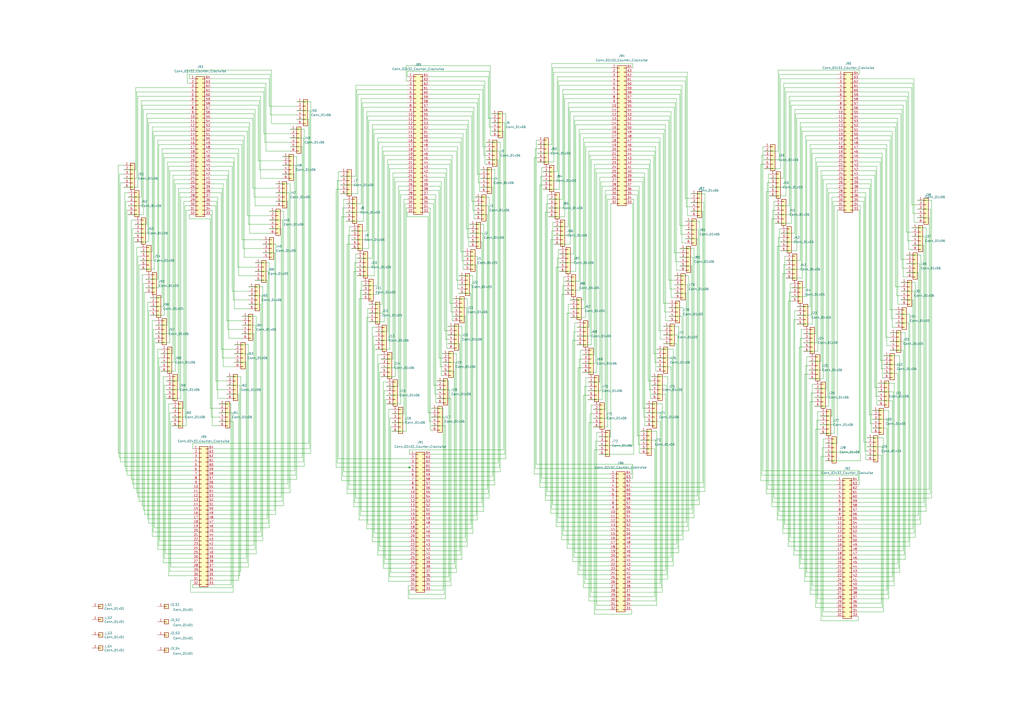
<source format=kicad_sch>
(kicad_sch (version 20230121) (generator eeschema)
  (paper "A2")
  (title_block (title "MEAboard_v1"))
  (junction (at 237.49 271.145))
  (wire (pts (xy 521.97 206.375) (xy 512.445 206.375)))
  (wire (pts (xy 323.85 144.78) (xy 324.485 144.78)))
  (wire (pts (xy 280.035 135.255) (xy 280.035 294.005)))
  (wire (pts (xy 467.995 332.105) (xy 467.995 207.01)))
  (wire (pts (xy 539.115 126.365) (xy 539.115 283.845)))
  (wire (pts (xy 386.08 186.055) (xy 387.985 186.055)))
  (wire (pts (xy 106.68 116.84) (xy 106.68 236.855)))
  (wire (pts (xy 506.095 250.825) (xy 505.46 250.825)))
  (wire (pts (xy 280.035 52.07) (xy 248.92 52.07)))
  (wire (pts (xy 219.075 80.01) (xy 219.075 165.735)))
  (wire (pts (xy 265.43 167.64) (xy 265.43 85.09)))
  (wire (pts (xy 160.02 116.84) (xy 167.005 116.84)))
  (wire (pts (xy 465.455 76.2) (xy 465.455 161.29)))
  (wire (pts (xy 351.155 237.49) (xy 351.155 110.49)))
  (wire (pts (xy 337.82 210.82) (xy 345.44 210.82)))
  (wire (pts (xy 391.16 160.02) (xy 399.415 160.02)))
  (wire (pts (xy 271.78 142.875) (xy 271.78 69.85)))
  (wire (pts (xy 452.755 97.79) (xy 452.755 45.72)))
  (wire (pts (xy 92.71 313.69) (xy 111.76 313.69)))
  (wire (pts (xy 95.25 182.88) (xy 95.25 91.44)))
  (wire (pts (xy 111.76 285.75) (xy 79.375 285.75)))
  (wire (pts (xy 334.645 197.485) (xy 332.105 197.485)))
  (wire (pts (xy 375.92 97.79) (xy 375.92 220.98)))
  (wire (pts (xy 131.445 220.98) (xy 125.095 220.98)))
  (wire (pts (xy 74.295 119.38) (xy 82.55 119.38)))
  (wire (pts (xy 207.01 52.07) (xy 207.01 107.315)))
  (wire (pts (xy 469.9 177.8) (xy 469.9 83.82)))
  (wire (pts (xy 508 99.06) (xy 498.475 99.06)))
  (wire (pts (xy 134.62 239.395) (xy 127 239.395)))
  (wire (pts (xy 202.565 131.445) (xy 202.565 281.305)))
  (wire (pts (xy 93.345 215.265) (xy 101.6 215.265)))
  (wire (pts (xy 219.71 210.82) (xy 220.98 210.82)))
  (wire (pts (xy 206.375 147.32) (xy 206.375 288.925)))
  (wire (pts (xy 140.97 144.145) (xy 140.97 81.28)))
  (wire (pts (xy 151.13 308.61) (xy 124.46 308.61)))
  (wire (pts (xy 390.525 328.295) (xy 366.395 328.295)))
  (wire (pts (xy 451.485 137.795) (xy 452.755 137.795)))
  (wire (pts (xy 340.995 229.235) (xy 338.455 229.235)))
  (wire (pts (xy 167.64 111.76) (xy 160.02 111.76)))
  (wire (pts (xy 98.425 99.06) (xy 98.425 198.755)))
  (wire (pts (xy 109.855 127) (xy 109.855 124.46)))
  (wire (pts (xy 88.265 146.05) (xy 81.28 146.05)))
  (wire (pts (xy 511.175 349.885) (xy 497.84 349.885)))
  (wire (pts (xy 471.17 88.9) (xy 471.17 187.96)))
  (wire (pts (xy 336.55 328.295) (xy 336.55 203.2)))
  (wire (pts (xy 393.7 320.675) (xy 366.395 320.675)))
  (wire (pts (xy 235.585 120.65) (xy 236.22 120.65)))
  (wire (pts (xy 107.95 121.92) (xy 109.855 121.92)))
  (wire (pts (xy 163.83 90.805) (xy 172.085 90.805)))
  (wire (pts (xy 480.06 230.505) (xy 472.44 230.505)))
  (wire (pts (xy 140.335 83.82) (xy 140.335 139.065)))
  (wire (pts (xy 147.955 63.5) (xy 147.955 119.38)))
  (wire (pts (xy 258.445 196.85) (xy 259.715 196.85)))
  (wire (pts (xy 80.01 288.29) (xy 111.76 288.29)))
  (wire (pts (xy 329.565 59.69) (xy 354.33 59.69)))
  (wire (pts (xy 76.2 278.13) (xy 111.76 278.13)))
  (wire (pts (xy 522.605 176.53) (xy 520.7 176.53)))
  (wire (pts (xy 135.89 91.44) (xy 135.89 179.07)))
  (wire (pts (xy 317.5 113.03) (xy 318.135 113.03)))
  (wire (pts (xy 179.705 260.35) (xy 124.46 260.35)))
  (wire (pts (xy 248.92 77.47) (xy 268.605 77.47)))
  (wire (pts (xy 477.52 354.965) (xy 477.52 254.635)))
  (wire (pts (xy 471.17 187.96) (xy 462.28 187.96)))
  (wire (pts (xy 147.955 160.02) (xy 138.43 160.02)))
  (wire (pts (xy 160.02 106.68) (xy 168.275 106.68)))
  (wire (pts (xy 320.675 292.735) (xy 353.695 292.735)))
  (wire (pts (xy 121.92 127) (xy 109.855 127)))
  (wire (pts (xy 124.46 321.31) (xy 148.59 321.31)))
  (wire (pts (xy 147.955 154.94) (xy 137.795 154.94)))
  (wire (pts (xy 147.955 188.595) (xy 147.955 318.77)))
  (wire (pts (xy 457.835 169.545) (xy 459.105 169.545)))
  (wire (pts (xy 132.08 191.135) (xy 140.335 191.135)))
  (wire (pts (xy 402.59 144.145) (xy 402.59 300.355)))
  (wire (pts (xy 225.425 95.25) (xy 236.22 95.25)))
  (wire (pts (xy 209.55 163.195) (xy 209.55 296.545)))
  (wire (pts (xy 93.345 212.725) (xy 92.71 212.725)))
  (wire (pts (xy 314.325 97.155) (xy 314.325 277.495)))
  (wire (pts (xy 353.695 351.155) (xy 346.075 351.155)))
  (wire (pts (xy 96.52 226.06) (xy 104.14 226.06)))
  (wire (pts (xy 476.25 209.55) (xy 469.265 209.55)))
  (wire (pts (xy 83.185 295.91) (xy 83.185 164.465)))
  (wire (pts (xy 408.305 117.475) (xy 408.305 282.575)))
  (wire (pts (xy 93.98 172.72) (xy 93.98 86.36)))
  (wire (pts (xy 382.27 82.55) (xy 382.27 191.77)))
  (wire (pts (xy 215.9 72.39) (xy 236.22 72.39)))
  (wire (pts (xy 322.58 305.435) (xy 322.58 154.94)))
  (wire (pts (xy 86.995 180.34) (xy 86.36 180.34)))
  (wire (pts (xy 334.645 200.025) (xy 342.9 200.025)))
  (wire (pts (xy 263.525 327.025) (xy 263.525 215.265)))
  (wire (pts (xy 122.555 93.98) (xy 135.255 93.98)))
  (wire (pts (xy 129.54 212.725) (xy 129.54 106.68)))
  (wire (pts (xy 172.085 71.755) (xy 157.48 71.755)))
  (wire (pts (xy 467.36 212.09) (xy 467.36 334.645)))
  (wire (pts (xy 457.2 174.625) (xy 457.2 316.865)))
  (wire (pts (xy 325.755 313.055) (xy 353.695 313.055)))
  (wire (pts (xy 441.325 278.765) (xy 441.325 95.25)))
  (wire (pts (xy 324.485 109.855) (xy 314.96 109.855)))
  (wire (pts (xy 351.79 113.03) (xy 351.79 242.57)))
  (wire (pts (xy 498.475 91.44) (xy 511.175 91.44)))
  (wire (pts (xy 485.775 109.22) (xy 480.06 109.22)))
  (wire (pts (xy 320.04 295.275) (xy 320.04 133.985)))
  (wire (pts (xy 470.535 227.965) (xy 472.44 227.965)))
  (wire (pts (xy 259.715 194.31) (xy 267.335 194.31)))
  (wire (pts (xy 323.85 300.355) (xy 323.85 144.78)))
  (wire (pts (xy 72.39 111.76) (xy 72.39 270.51)))
  (wire (pts (xy 376.555 95.25) (xy 367.03 95.25)))
  (wire (pts (xy 111.76 295.91) (xy 83.185 295.91)))
  (wire (pts (xy 460.375 321.945) (xy 460.375 185.42)))
  (wire (pts (xy 237.49 319.405) (xy 219.71 319.405)))
  (wire (pts (xy 442.595 273.05) (xy 442.595 85.09)))
  (wire (pts (xy 384.81 196.85) (xy 382.905 196.85)))
  (wire (pts (xy 459.105 167.005) (xy 467.36 167.005)))
  (wire (pts (xy 144.78 71.12) (xy 144.78 135.255)))
  (wire (pts (xy 338.455 340.995) (xy 353.695 340.995)))
  (wire (pts (xy 369.57 252.73) (xy 371.475 252.73)))
  (wire (pts (xy 341.63 189.865) (xy 341.63 87.63)))
  (wire (pts (xy 111.76 257.175) (xy 179.07 257.175)))
  (wire (pts (xy 160.02 141.605) (xy 160.02 298.45)))
  (wire (pts (xy 530.86 311.785) (xy 497.84 311.785)))
  (wire (pts (xy 197.485 104.775) (xy 195.58 104.775)))
  (wire (pts (xy 93.345 202.565) (xy 91.44 202.565)))
  (wire (pts (xy 366.395 271.78) (xy 366.395 274.955)))
  (wire (pts (xy 152.4 313.69) (xy 124.46 313.69)))
  (wire (pts (xy 127 236.855) (xy 121.92 236.855)))
  (wire (pts (xy 167.64 111.76) (xy 167.64 283.21)))
  (wire (pts (xy 254.635 207.645) (xy 256.54 207.645)))
  (wire (pts (xy 370.84 107.95) (xy 370.84 262.89)))
  (wire (pts (xy 451.485 87.63) (xy 451.485 40.64)))
  (wire (pts (xy 97.79 334.01) (xy 97.79 234.315)))
  (wire (pts (xy 99.695 247.015) (xy 107.95 247.015)))
  (wire (pts (xy 382.905 338.455) (xy 382.905 244.475)))
  (wire (pts (xy 270.51 314.325) (xy 250.19 314.325)))
  (wire (pts (xy 82.55 159.385) (xy 82.55 293.37)))
  (wire (pts (xy 398.145 120.015) (xy 400.685 120.015)))
  (wire (pts (xy 220.345 316.865) (xy 237.49 316.865)))
  (wire (pts (xy 98.425 239.395) (xy 98.425 331.47)))
  (wire (pts (xy 224.79 92.71) (xy 224.79 192.405)))
  (wire (pts (xy 485.775 71.12) (xy 464.185 71.12)))
  (wire (pts (xy 335.915 74.93) (xy 354.33 74.93)))
  (wire (pts (xy 272.415 132.715) (xy 270.51 132.715)))
  (wire (pts (xy 502.285 111.76) (xy 502.285 266.7)))
  (wire (pts (xy 377.825 226.06) (xy 376.555 226.06)))
  (wire (pts (xy 251.46 118.11) (xy 248.92 118.11)))
  (wire (pts (xy 270.51 178.435) (xy 262.89 178.435)))
  (wire (pts (xy 236.855 339.725) (xy 237.49 339.725)))
  (wire (pts (xy 176.53 270.51) (xy 124.46 270.51)))
  (wire (pts (xy 237.49 291.465) (xy 205.74 291.465)))
  (wire (pts (xy 528.955 142.24) (xy 535.94 142.24)))
  (wire (pts (xy 248.92 72.39) (xy 271.145 72.39)))
  (wire (pts (xy 154.94 162.56) (xy 154.94 300.99)))
  (wire (pts (xy 143.51 125.095) (xy 156.21 125.095)))
  (wire (pts (xy 237.49 311.785) (xy 216.535 311.785)))
  (wire (pts (xy 271.145 72.39) (xy 271.145 137.795)))
  (wire (pts (xy 464.185 151.13) (xy 455.93 151.13)))
  (wire (pts (xy 461.645 66.04) (xy 461.645 140.335)))
  (wire (pts (xy 479.425 225.425) (xy 479.425 106.68)))
  (wire (pts (xy 71.755 103.505) (xy 79.375 103.505)))
  (wire (pts (xy 341.63 87.63) (xy 354.33 87.63)))
  (wire (pts (xy 401.32 154.305) (xy 394.335 154.305)))
  (wire (pts (xy 336.55 77.47) (xy 336.55 168.275)))
  (wire (pts (xy 205.74 291.465) (xy 205.74 152.4)))
  (wire (pts (xy 517.525 334.645) (xy 497.84 334.645)))
  (wire (pts (xy 327.66 160.655) (xy 327.025 160.655)))
  (wire (pts (xy 464.185 71.12) (xy 464.185 151.13)))
  (wire (pts (xy 354.33 49.53) (xy 324.485 49.53)))
  (wire (pts (xy 252.095 115.57) (xy 248.92 115.57)))
  (wire (pts (xy 524.51 321.945) (xy 524.51 198.12)))
  (wire (pts (xy 342.265 194.945) (xy 334.645 194.945)))
  (wire (pts (xy 74.295 116.84) (xy 73.025 116.84)))
  (wire (pts (xy 99.06 244.475) (xy 99.695 244.475)))
  (wire (pts (xy 213.36 179.07) (xy 213.36 304.165)))
  (wire (pts (xy 366.395 335.915) (xy 387.35 335.915)))
  (wire (pts (xy 210.82 128.27) (xy 210.82 62.23)))
  (wire (pts (xy 485.14 294.005) (xy 447.675 294.005)))
  (wire (pts (xy 377.825 218.44) (xy 387.35 218.44)))
  (wire (pts (xy 140.335 186.055) (xy 131.445 186.055)))
  (wire (pts (xy 394.335 130.81) (xy 397.51 130.81)))
  (wire (pts (xy 501.015 116.84) (xy 501.015 256.54)))
  (wire (pts (xy 142.875 323.85) (xy 142.875 210.185)))
  (wire (pts (xy 68.58 262.89) (xy 68.58 95.885)))
  (wire (pts (xy 292.735 263.525) (xy 250.19 263.525)))
  (wire (pts (xy 122.555 45.72) (xy 156.21 45.72)))
  (wire (pts (xy 248.92 92.71) (xy 261.62 92.71)))
  (wire (pts (xy 122.555 83.82) (xy 140.335 83.82)))
  (wire (pts (xy 128.27 111.76) (xy 122.555 111.76)))
  (wire (pts (xy 92.075 207.645) (xy 93.345 207.645)))
  (wire (pts (xy 236.22 44.45) (xy 236.22 41.275)))
  (wire (pts (xy 345.44 353.695) (xy 353.695 353.695)))
  (wire (pts (xy 498.475 96.52) (xy 508.635 96.52)))
  (wire (pts (xy 459.105 174.625) (xy 457.2 174.625)))
  (wire (pts (xy 478.79 259.715) (xy 476.885 259.715)))
  (wire (pts (xy 111.76 265.43) (xy 69.215 265.43)))
  (wire (pts (xy 236.22 105.41) (xy 229.235 105.41)))
  (wire (pts (xy 527.685 316.865) (xy 527.685 182.245)))
  (wire (pts (xy 273.685 116.84) (xy 273.685 67.31)))
  (wire (pts (xy 535.94 142.24) (xy 535.94 291.465)))
  (wire (pts (xy 103.505 220.98) (xy 103.505 109.22)))
  (wire (pts (xy 337.82 208.28) (xy 335.915 208.28)))
  (wire (pts (xy 216.535 194.945) (xy 217.805 194.945)))
  (wire (pts (xy 391.795 59.69) (xy 391.795 151.765)))
  (wire (pts (xy 498.475 73.66) (xy 519.43 73.66)))
  (wire (pts (xy 381 205.105) (xy 379.095 205.105)))
  (wire (pts (xy 250.19 332.105) (xy 264.795 332.105)))
  (wire (pts (xy 384.175 234.315) (xy 374.65 234.315)))
  (wire (pts (xy 498.475 53.34) (xy 527.05 53.34)))
  (wire (pts (xy 367.03 36.83) (xy 367.03 39.37)))
  (wire (pts (xy 370.205 257.81) (xy 370.205 110.49)))
  (wire (pts (xy 530.225 309.245) (xy 530.225 168.91)))
  (wire (pts (xy 88.9 191.135) (xy 88.9 308.61)))
  (wire (pts (xy 255.27 212.725) (xy 256.54 212.725)))
  (wire (pts (xy 276.86 301.625) (xy 250.19 301.625)))
  (wire (pts (xy 144.145 168.91) (xy 134.62 168.91)))
  (wire (pts (xy 317.5 285.115) (xy 317.5 113.03)))
  (wire (pts (xy 477.52 254.635) (xy 478.79 254.635)))
  (wire (pts (xy 460.375 185.42) (xy 462.28 185.42)))
  (wire (pts (xy 231.14 107.95) (xy 236.22 107.95)))
  (wire (pts (xy 379.73 210.185) (xy 381 210.185)))
  (wire (pts (xy 347.98 221.615) (xy 347.98 102.87)))
  (wire (pts (xy 73.66 275.59) (xy 73.66 121.92)))
  (wire (pts (xy 366.395 313.055) (xy 396.24 313.055)))
  (wire (pts (xy 461.01 180.34) (xy 461.01 319.405)))
  (wire (pts (xy 473.71 243.84) (xy 473.71 349.885)))
  (wire (pts (xy 171.45 95.885) (xy 163.83 95.885)))
  (wire (pts (xy 236.22 125.73) (xy 236.22 123.19)))
  (wire (pts (xy 408.94 112.395) (xy 408.94 285.115)))
  (wire (pts (xy 369.57 113.03) (xy 369.57 252.73)))
  (wire (pts (xy 111.76 311.15) (xy 88.265 311.15)))
  (wire (pts (xy 132.08 101.6) (xy 132.08 191.135)))
  (wire (pts (xy 223.52 231.775) (xy 223.52 324.485)))
  (wire (pts (xy 224.155 231.775) (xy 223.52 231.775)))
  (wire (pts (xy 459.105 164.465) (xy 458.47 164.465)))
  (wire (pts (xy 264.795 205.105) (xy 256.54 205.105)))
  (wire (pts (xy 370.205 110.49) (xy 367.03 110.49)))
  (wire (pts (xy 367.03 107.95) (xy 370.84 107.95)))
  (wire (pts (xy 454.66 153.67) (xy 454.66 306.705)))
  (wire (pts (xy 449.58 121.92) (xy 448.31 121.92)))
  (wire (pts (xy 281.94 87.63) (xy 289.56 87.63)))
  (wire (pts (xy 139.7 331.47) (xy 139.7 218.44)))
  (wire (pts (xy 353.695 274.955) (xy 309.88 274.955)))
  (wire (pts (xy 277.495 57.15) (xy 248.92 57.15)))
  (wire (pts (xy 97.79 96.52) (xy 97.79 193.675)))
  (wire (pts (xy 404.495 138.43) (xy 404.495 287.655)))
  (wire (pts (xy 323.215 44.45) (xy 323.215 99.695)))
  (wire (pts (xy 469.265 214.63) (xy 476.885 214.63)))
  (wire (pts (xy 139.065 334.01) (xy 124.46 334.01)))
  (wire (pts (xy 339.725 85.09) (xy 339.725 184.15)))
  (wire (pts (xy 253.365 220.98) (xy 260.35 220.98)))
  (wire (pts (xy 379.73 346.075) (xy 366.395 346.075)))
  (wire (pts (xy 447.675 294.005) (xy 447.675 127)))
  (wire (pts (xy 385.445 180.975) (xy 385.445 74.93)))
  (wire (pts (xy 273.685 165.1) (xy 273.685 306.705)))
  (wire (pts (xy 463.55 201.295) (xy 463.55 329.565)))
  (wire (pts (xy 83.185 124.46) (xy 83.185 63.5)))
  (wire (pts (xy 279.4 291.465) (xy 250.19 291.465)))
  (wire (pts (xy 534.035 304.165) (xy 497.84 304.165)))
  (wire (pts (xy 180.34 262.89) (xy 124.46 262.89)))
  (wire (pts (xy 111.76 280.67) (xy 76.835 280.67)))
  (wire (pts (xy 283.845 73.66) (xy 285.115 73.66)))
  (wire (pts (xy 452.755 45.72) (xy 485.775 45.72)))
  (wire (pts (xy 122.555 121.92) (xy 123.19 121.92)))
  (wire (pts (xy 86.36 303.53) (xy 111.76 303.53)))
  (wire (pts (xy 248.285 239.395) (xy 248.285 125.73)))
  (wire (pts (xy 126.365 114.3) (xy 126.365 231.14)))
  (wire (pts (xy 147.955 162.56) (xy 154.94 162.56)))
  (wire (pts (xy 258.445 347.345) (xy 236.855 347.345)))
  (wire (pts (xy 458.47 164.465) (xy 458.47 311.785)))
  (wire (pts (xy 129.54 106.68) (xy 122.555 106.68)))
  (wire (pts (xy 451.485 40.64) (xy 498.475 40.64)))
  (wire (pts (xy 452.12 132.715) (xy 452.12 296.545)))
  (wire (pts (xy 392.43 315.595) (xy 366.395 315.595)))
  (wire (pts (xy 164.465 293.37) (xy 124.46 293.37)))
  (wire (pts (xy 499.11 267.335) (xy 478.79 267.335)))
  (wire (pts (xy 236.22 90.17) (xy 222.885 90.17)))
  (wire (pts (xy 386.715 333.375) (xy 386.715 223.52)))
  (wire (pts (xy 320.04 36.83) (xy 367.03 36.83)))
  (wire (pts (xy 376.555 226.06) (xy 376.555 95.25)))
  (wire (pts (xy 448.945 116.84) (xy 449.58 116.84)))
  (wire (pts (xy 446.405 111.125) (xy 444.5 111.125)))
  (wire (pts (xy 377.19 92.71) (xy 377.19 231.14)))
  (wire (pts (xy 256.54 217.805) (xy 255.905 217.805)))
  (wire (pts (xy 505.46 104.14) (xy 498.475 104.14)))
  (wire (pts (xy 283.21 119.38) (xy 275.59 119.38)))
  (wire (pts (xy 534.035 147.955) (xy 525.78 147.955)))
  (wire (pts (xy 227.965 208.28) (xy 220.98 208.28)))
  (wire (pts (xy 237.49 327.025) (xy 222.885 327.025)))
  (wire (pts (xy 68.58 262.89) (xy 111.76 262.89)))
  (wire (pts (xy 329.565 131.445) (xy 329.565 59.69)))
  (wire (pts (xy 236.22 52.07) (xy 207.01 52.07)))
  (wire (pts (xy 135.255 173.99) (xy 144.145 173.99)))
  (wire (pts (xy 172.085 278.13) (xy 124.46 278.13)))
  (wire (pts (xy 527.05 187.325) (xy 527.05 314.325)))
  (wire (pts (xy 405.13 133.35) (xy 397.51 133.35)))
  (wire (pts (xy 522.605 150.495) (xy 522.605 66.04)))
  (wire (pts (xy 532.765 299.085) (xy 532.765 158.115)))
  (wire (pts (xy 260.985 337.185) (xy 250.19 337.185)))
  (wire (pts (xy 461.01 180.34) (xy 462.28 180.34)))
  (wire (pts (xy 527.05 144.78) (xy 528.955 144.78)))
  (wire (pts (xy 140.335 188.595) (xy 147.955 188.595)))
  (wire (pts (xy 480.695 235.585) (xy 480.695 111.76)))
  (wire (pts (xy 271.145 173.355) (xy 271.145 316.865)))
  (wire (pts (xy 485.775 99.06) (xy 476.25 99.06)))
  (wire (pts (xy 353.695 348.615) (xy 341.63 348.615)))
  (wire (pts (xy 101.6 106.68) (xy 109.855 106.68)))
  (wire (pts (xy 212.725 306.705) (xy 237.49 306.705)))
  (wire (pts (xy 208.28 173.355) (xy 208.28 301.625)))
  (wire (pts (xy 151.765 171.45) (xy 151.765 311.15)))
  (wire (pts (xy 83.185 63.5) (xy 109.855 63.5)))
  (wire (pts (xy 180.34 59.055) (xy 180.34 262.89)))
  (wire (pts (xy 150.495 58.42) (xy 150.495 98.425)))
  (wire (pts (xy 111.76 275.59) (xy 73.66 275.59)))
  (wire (pts (xy 275.59 116.84) (xy 273.685 116.84)))
  (wire (pts (xy 266.065 162.56) (xy 264.795 162.56)))
  (wire (pts (xy 458.47 58.42) (xy 458.47 124.46)))
  (wire (pts (xy 260.985 175.895) (xy 260.985 95.25)))
  (wire (pts (xy 334.01 157.48) (xy 324.485 157.48)))
  (wire (pts (xy 92.71 212.725) (xy 92.71 313.69)))
  (wire (pts (xy 269.875 311.785) (xy 250.19 311.785)))
  (wire (pts (xy 248.92 49.53) (xy 280.67 49.53)))
  (wire (pts (xy 464.82 156.21) (xy 464.82 73.66)))
  (wire (pts (xy 328.93 318.135) (xy 353.695 318.135)))
  (wire (pts (xy 226.06 242.57) (xy 226.06 334.645)))
  (wire (pts (xy 339.725 335.915) (xy 353.695 335.915)))
  (wire (pts (xy 485.14 337.185) (xy 466.725 337.185)))
  (wire (pts (xy 95.25 91.44) (xy 109.855 91.44)))
  (wire (pts (xy 527.05 53.34) (xy 527.05 144.78)))
  (wire (pts (xy 445.135 106.045) (xy 446.405 106.045)))
  (wire (pts (xy 85.09 130.175) (xy 85.09 66.04)))
  (wire (pts (xy 524.51 198.12) (xy 516.255 198.12)))
  (wire (pts (xy 86.995 177.8) (xy 94.615 177.8)))
  (wire (pts (xy 374.015 247.015) (xy 374.015 100.33)))
  (wire (pts (xy 523.24 63.5) (xy 523.24 155.575)))
  (wire (pts (xy 163.83 290.83) (xy 124.46 290.83)))
  (wire (pts (xy 109.855 73.66) (xy 88.265 73.66)))
  (wire (pts (xy 514.985 243.205) (xy 514.985 344.805)))
  (wire (pts (xy 78.74 98.425) (xy 78.74 50.8)))
  (wire (pts (xy 156.21 45.72) (xy 156.21 61.595)))
  (wire (pts (xy 521.97 332.105) (xy 497.84 332.105)))
  (wire (pts (xy 394.97 135.89) (xy 394.97 52.07)))
  (wire (pts (xy 466.725 337.185) (xy 466.725 217.17)))
  (wire (pts (xy 519.43 187.325) (xy 527.05 187.325)))
  (wire (pts (xy 511.81 259.08) (xy 502.92 259.08)))
  (wire (pts (xy 122.555 55.88) (xy 151.13 55.88)))
  (wire (pts (xy 397.51 114.935) (xy 397.51 46.99)))
  (wire (pts (xy 485.14 342.265) (xy 470.535 342.265)))
  (wire (pts (xy 387.985 69.85) (xy 387.985 162.56)))
  (wire (pts (xy 338.455 229.235) (xy 338.455 340.995)))
  (wire (pts (xy 371.475 250.19) (xy 381 250.19)))
  (wire (pts (xy 237.49 263.525) (xy 237.49 260.985)))
  (wire (pts (xy 234.95 245.11) (xy 234.95 118.11)))
  (wire (pts (xy 476.25 360.045) (xy 497.84 360.045)))
  (wire (pts (xy 221.615 85.09) (xy 221.615 176.53)))
  (wire (pts (xy 392.43 156.845) (xy 392.43 57.15)))
  (wire (pts (xy 212.725 64.77) (xy 212.725 133.985)))
  (wire (pts (xy 483.87 119.38) (xy 485.775 119.38)))
  (wire (pts (xy 267.97 151.13) (xy 269.24 151.13)))
  (wire (pts (xy 236.22 41.275) (xy 283.845 41.275)))
  (wire (pts (xy 85.725 135.255) (xy 85.725 68.58)))
  (wire (pts (xy 95.885 228.6) (xy 96.52 228.6)))
  (wire (pts (xy 445.77 100.965) (xy 445.77 281.305)))
  (wire (pts (xy 512.445 354.965) (xy 497.84 354.965)))
  (wire (pts (xy 466.09 201.295) (xy 463.55 201.295)))
  (wire (pts (xy 313.055 282.575) (xy 353.695 282.575)))
  (wire (pts (xy 227.33 242.57) (xy 226.06 242.57)))
  (wire (pts (xy 449.58 129.54) (xy 459.105 129.54)))
  (wire (pts (xy 135.255 343.535) (xy 110.49 343.535)))
  (wire (pts (xy 469.9 233.045) (xy 469.9 344.805)))
  (wire (pts (xy 498.475 106.68) (xy 504.825 106.68)))
  (wire (pts (xy 256.54 210.185) (xy 264.16 210.185)))
  (wire (pts (xy 196.215 99.695) (xy 197.485 99.695)))
  (wire (pts (xy 539.75 286.385) (xy 497.84 286.385)))
  (wire (pts (xy 485.775 58.42) (xy 458.47 58.42)))
  (wire (pts (xy 511.81 352.425) (xy 511.81 259.08)))
  (wire (pts (xy 99.695 241.935) (xy 107.315 241.935)))
  (wire (pts (xy 485.14 299.085) (xy 451.485 299.085)))
  (wire (pts (xy 354.33 105.41) (xy 348.615 105.41)))
  (wire (pts (xy 344.17 237.49) (xy 351.155 237.49)))
  (wire (pts (xy 398.78 305.435) (xy 398.78 165.1)))
  (wire (pts (xy 232.41 113.03) (xy 236.22 113.03)))
  (wire (pts (xy 207.645 54.61) (xy 236.22 54.61)))
  (wire (pts (xy 74.295 111.76) (xy 72.39 111.76)))
  (wire (pts (xy 497.84 339.725) (xy 518.795 339.725)))
  (wire (pts (xy 262.89 175.895) (xy 260.985 175.895)))
  (wire (pts (xy 485.775 88.9) (xy 471.17 88.9)))
  (wire (pts (xy 207.01 147.32) (xy 206.375 147.32)))
  (wire (pts (xy 498.475 63.5) (xy 523.24 63.5)))
  (wire (pts (xy 314.96 97.155) (xy 314.325 97.155)))
  (wire (pts (xy 497.84 283.845) (xy 539.115 283.845)))
  (wire (pts (xy 523.24 155.575) (xy 525.78 155.575)))
  (wire (pts (xy 134.62 96.52) (xy 122.555 96.52)))
  (wire (pts (xy 126.365 231.14) (xy 131.445 231.14)))
  (wire (pts (xy 142.875 210.185) (xy 135.89 210.185)))
  (wire (pts (xy 248.92 82.55) (xy 267.335 82.55)))
  (wire (pts (xy 259.08 201.93) (xy 259.08 97.79)))
  (wire (pts (xy 78.105 127.635) (xy 76.2 127.635)))
  (wire (pts (xy 452.755 145.415) (xy 462.28 145.415)))
  (wire (pts (xy 485.14 347.345) (xy 474.345 347.345)))
  (wire (pts (xy 528.955 132.08) (xy 537.21 132.08)))
  (wire (pts (xy 482.6 114.3) (xy 485.775 114.3)))
  (wire (pts (xy 485.775 43.18) (xy 452.12 43.18)))
  (wire (pts (xy 217.17 200.025) (xy 217.17 309.245)))
  (wire (pts (xy 264.16 210.185) (xy 264.16 329.565)))
  (wire (pts (xy 219.075 321.945) (xy 219.075 205.74)))
  (wire (pts (xy 207.645 112.395) (xy 207.645 54.61)))
  (wire (pts (xy 222.25 87.63) (xy 236.22 87.63)))
  (wire (pts (xy 323.215 149.86) (xy 323.215 302.895)))
  (wire (pts (xy 207.01 149.86) (xy 215.9 149.86)))
  (wire (pts (xy 457.835 314.325) (xy 457.835 169.545)))
  (wire (pts (xy 455.295 50.8) (xy 485.775 50.8)))
  (wire (pts (xy 341.63 348.615) (xy 341.63 245.11)))
  (wire (pts (xy 367.03 97.79) (xy 375.92 97.79)))
  (wire (pts (xy 400.685 117.475) (xy 408.305 117.475)))
  (wire (pts (xy 396.24 313.055) (xy 396.24 178.435)))
  (wire (pts (xy 525.145 324.485) (xy 497.84 324.485)))
  (wire (pts (xy 519.43 73.66) (xy 519.43 166.37)))
  (wire (pts (xy 367.03 115.57) (xy 367.665 115.57)))
  (wire (pts (xy 273.05 304.165) (xy 250.19 304.165)))
  (wire (pts (xy 91.44 161.925) (xy 84.455 161.925)))
  (wire (pts (xy 144.145 73.66) (xy 144.145 130.175)))
  (wire (pts (xy 391.795 151.765) (xy 394.335 151.765)))
  (wire (pts (xy 122.555 53.34) (xy 153.035 53.34)))
  (wire (pts (xy 270.51 74.93) (xy 248.92 74.93)))
  (wire (pts (xy 248.92 80.01) (xy 267.97 80.01)))
  (wire (pts (xy 271.145 137.795) (xy 272.415 137.795)))
  (wire (pts (xy 290.195 273.685) (xy 290.195 82.55)))
  (wire (pts (xy 283.21 68.58) (xy 283.21 44.45)))
  (wire (pts (xy 104.775 231.14) (xy 104.775 114.3)))
  (wire (pts (xy 219.71 82.55) (xy 219.71 170.815)))
  (wire (pts (xy 236.22 97.79) (xy 226.06 97.79)))
  (wire (pts (xy 391.16 146.685) (xy 391.16 62.23)))
  (wire (pts (xy 475.615 251.46) (xy 483.87 251.46)))
  (wire (pts (xy 257.81 102.87) (xy 248.92 102.87)))
  (wire (pts (xy 311.785 86.36) (xy 310.515 86.36)))
  (wire (pts (xy 159.385 295.91) (xy 124.46 295.91)))
  (wire (pts (xy 154.305 87.63) (xy 168.275 87.63)))
  (wire (pts (xy 168.275 106.68) (xy 168.275 285.75)))
  (wire (pts (xy 476.25 99.06) (xy 476.25 209.55)))
  (wire (pts (xy 497.84 314.325) (xy 527.05 314.325)))
  (wire (pts (xy 522.605 171.45) (xy 520.065 171.45)))
  (wire (pts (xy 450.85 142.875) (xy 450.85 301.625)))
  (wire (pts (xy 223.52 324.485) (xy 237.49 324.485)))
  (wire (pts (xy 180.34 59.055) (xy 172.085 59.055)))
  (wire (pts (xy 347.98 102.87) (xy 354.33 102.87)))
  (wire (pts (xy 81.28 153.67) (xy 80.645 153.67)))
  (wire (pts (xy 535.94 291.465) (xy 497.84 291.465)))
  (wire (pts (xy 520.7 327.025) (xy 520.7 216.535)))
  (wire (pts (xy 397.51 46.99) (xy 367.03 46.99)))
  (wire (pts (xy 231.14 107.95) (xy 231.14 224.155)))
  (wire (pts (xy 266.065 170.18) (xy 273.05 170.18)))
  (wire (pts (xy 354.33 67.31) (xy 332.74 67.31)))
  (wire (pts (xy 354.33 253.365) (xy 347.345 253.365)))
  (wire (pts (xy 272.415 142.875) (xy 271.78 142.875)))
  (wire (pts (xy 344.805 260.985) (xy 347.345 260.985)))
  (wire (pts (xy 179.705 64.135) (xy 172.085 64.135)))
  (wire (pts (xy 219.71 319.405) (xy 219.71 210.82)))
  (wire (pts (xy 261.62 231.14) (xy 261.62 339.725)))
  (wire (pts (xy 501.65 261.62) (xy 501.65 114.3)))
  (wire (pts (xy 216.535 311.785) (xy 216.535 194.945)))
  (wire (pts (xy 464.82 191.135) (xy 464.82 324.485)))
  (wire (pts (xy 366.395 338.455) (xy 382.905 338.455)))
  (wire (pts (xy 108.585 40.64) (xy 108.585 48.26)))
  (wire (pts (xy 316.23 123.19) (xy 318.135 123.19)))
  (wire (pts (xy 280.035 135.255) (xy 272.415 135.255)))
  (wire (pts (xy 248.92 100.33) (xy 258.445 100.33)))
  (wire (pts (xy 122.555 73.66) (xy 144.145 73.66)))
  (wire (pts (xy 523.875 319.405) (xy 497.84 319.405)))
  (wire (pts (xy 176.53 74.93) (xy 176.53 270.51)))
  (wire (pts (xy 84.455 169.545) (xy 83.82 169.545)))
  (wire (pts (xy 198.755 120.65) (xy 200.66 120.65)))
  (wire (pts (xy 154.94 300.99) (xy 124.46 300.99)))
  (wire (pts (xy 389.89 207.645) (xy 389.89 325.755)))
  (wire (pts (xy 386.08 330.835) (xy 366.395 330.835)))
  (wire (pts (xy 454.66 48.26) (xy 454.66 103.505)))
  (wire (pts (xy 498.475 86.36) (xy 513.715 86.36)))
  (wire (pts (xy 354.33 90.17) (xy 342.265 90.17)))
  (wire (pts (xy 261.62 180.975) (xy 262.89 180.975)))
  (wire (pts (xy 516.255 200.66) (xy 514.35 200.66)))
  (wire (pts (xy 266.7 319.405) (xy 250.19 319.405)))
  (wire (pts (xy 147.32 114.3) (xy 160.02 114.3)))
  (wire (pts (xy 228.6 213.36) (xy 228.6 102.87)))
  (wire (pts (xy 404.495 287.655) (xy 366.395 287.655)))
  (wire (pts (xy 81.915 114.3) (xy 74.295 114.3)))
  (wire (pts (xy 267.97 80.01) (xy 267.97 151.13)))
  (wire (pts (xy 485.775 121.92) (xy 485.775 257.175)))
  (wire (pts (xy 171.45 95.885) (xy 171.45 275.59)))
  (wire (pts (xy 497.84 275.59) (xy 497.84 278.765)))
  (wire (pts (xy 353.695 300.355) (xy 323.85 300.355)))
  (wire (pts (xy 89.535 306.07) (xy 89.535 196.215)))
  (wire (pts (xy 71.755 100.965) (xy 69.215 100.965)))
  (wire (pts (xy 201.93 136.525) (xy 201.93 283.845)))
  (wire (pts (xy 286.385 278.765) (xy 286.385 103.505)))
  (wire (pts (xy 248.92 244.475) (xy 248.92 123.19)))
  (wire (pts (xy 225.425 237.49) (xy 227.33 237.49)))
  (wire (pts (xy 449.58 119.38) (xy 457.835 119.38)))
  (wire (pts (xy 172.085 66.675) (xy 156.845 66.675)))
  (wire (pts (xy 250.19 247.015) (xy 258.445 247.015)))
  (wire (pts (xy 133.985 339.09) (xy 124.46 339.09)))
  (wire (pts (xy 201.93 283.845) (xy 237.49 283.845)))
  (wire (pts (xy 384.81 77.47) (xy 384.81 175.895)))
  (wire (pts (xy 472.44 222.885) (xy 471.17 222.885)))
  (wire (pts (xy 285.75 108.585) (xy 285.75 276.225)))
  (wire (pts (xy 333.375 69.85) (xy 354.33 69.85)))
  (wire (pts (xy 311.15 81.28) (xy 311.785 81.28)))
  (wire (pts (xy 281.94 95.25) (xy 281.305 95.25)))
  (wire (pts (xy 138.43 336.55) (xy 138.43 228.6)))
  (wire (pts (xy 287.02 98.425) (xy 287.02 281.305)))
  (wire (pts (xy 135.89 205.105) (xy 143.51 205.105)))
  (wire (pts (xy 266.065 160.02) (xy 274.32 160.02)))
  (wire (pts (xy 518.795 222.25) (xy 518.795 339.725)))
  (wire (pts (xy 374.015 100.33) (xy 367.03 100.33)))
  (wire (pts (xy 150.495 98.425) (xy 163.83 98.425)))
  (wire (pts (xy 483.235 246.38) (xy 475.615 246.38)))
  (wire (pts (xy 272.415 140.335) (xy 279.4 140.335)))
  (wire (pts (xy 237.49 344.805) (xy 257.81 344.805)))
  (wire (pts (xy 318.135 115.57) (xy 326.39 115.57)))
  (wire (pts (xy 128.905 109.22) (xy 128.905 207.645)))
  (wire (pts (xy 471.17 222.885) (xy 471.17 339.725)))
  (wire (pts (xy 497.84 316.865) (xy 527.685 316.865)))
  (wire (pts (xy 237.49 281.305) (xy 202.565 281.305)))
  (wire (pts (xy 110.49 336.55) (xy 111.76 336.55)))
  (wire (pts (xy 255.27 107.95) (xy 255.27 212.725)))
  (wire (pts (xy 528.955 118.745) (xy 528.955 50.8)))
  (wire (pts (xy 97.79 96.52) (xy 109.855 96.52)))
  (wire (pts (xy 344.805 356.235) (xy 344.805 260.985)))
  (wire (pts (xy 476.885 357.505) (xy 485.14 357.505)))
  (wire (pts (xy 473.075 91.44) (xy 485.775 91.44)))
  (wire (pts (xy 208.915 168.275) (xy 210.185 168.275)))
  (wire (pts (xy 293.37 266.065) (xy 293.37 66.04)))
  (wire (pts (xy 257.81 191.77) (xy 259.715 191.77)))
  (wire (pts (xy 476.885 259.715) (xy 476.885 357.505)))
  (wire (pts (xy 455.93 113.665) (xy 446.405 113.665)))
  (wire (pts (xy 528.955 50.8) (xy 498.475 50.8)))
  (wire (pts (xy 522.605 66.04) (xy 498.475 66.04)))
  (wire (pts (xy 514.985 344.805) (xy 497.84 344.805)))
  (wire (pts (xy 100.965 210.185) (xy 100.965 104.14)))
  (wire (pts (xy 282.575 124.46) (xy 282.575 283.845)))
  (wire (pts (xy 71.755 98.425) (xy 78.74 98.425)))
  (wire (pts (xy 78.74 50.8) (xy 109.855 50.8)))
  (wire (pts (xy 461.645 140.335) (xy 452.755 140.335)))
  (wire (pts (xy 111.76 340.995) (xy 111.76 339.09)))
  (wire (pts (xy 235.585 38.1) (xy 235.585 46.99)))
  (wire (pts (xy 163.83 127.635) (xy 156.21 127.635)))
  (wire (pts (xy 443.23 87.63) (xy 451.485 87.63)))
  (wire (pts (xy 216.535 74.93) (xy 216.535 154.94)))
  (wire (pts (xy 270.51 132.715) (xy 270.51 74.93)))
  (wire (pts (xy 448.945 288.925) (xy 448.945 116.84)))
  (wire (pts (xy 515.62 238.125) (xy 506.095 238.125)))
  (wire (pts (xy 366.395 285.115) (xy 408.94 285.115)))
  (wire (pts (xy 163.195 132.715) (xy 163.195 288.29)))
  (wire (pts (xy 137.795 154.94) (xy 137.795 88.9)))
  (wire (pts (xy 234.315 115.57) (xy 234.315 240.03)))
  (wire (pts (xy 476.885 101.6) (xy 485.775 101.6)))
  (wire (pts (xy 288.925 268.605) (xy 288.925 92.71)))
  (wire (pts (xy 347.345 258.445) (xy 367.03 258.445)))
  (wire (pts (xy 366.395 305.435) (xy 398.78 305.435)))
  (wire (pts (xy 111.76 300.99) (xy 85.725 300.99)))
  (wire (pts (xy 397.51 128.27) (xy 405.765 128.27)))
  (wire (pts (xy 104.14 111.76) (xy 109.855 111.76)))
  (wire (pts (xy 122.555 58.42) (xy 150.495 58.42)))
  (wire (pts (xy 483.87 251.46) (xy 483.87 119.38)))
  (wire (pts (xy 80.645 153.67) (xy 80.645 290.83)))
  (wire (pts (xy 237.49 266.065) (xy 196.215 266.065)))
  (wire (pts (xy 217.17 309.245) (xy 237.49 309.245)))
  (wire (pts (xy 373.38 241.935) (xy 374.65 241.935)))
  (wire (pts (xy 366.395 277.495) (xy 367.03 277.495)))
  (wire (pts (xy 324.485 49.53) (xy 324.485 109.855)))
  (wire (pts (xy 537.21 132.08) (xy 537.21 296.545)))
  (wire (pts (xy 366.395 333.375) (xy 386.715 333.375)))
  (wire (pts (xy 457.835 55.88) (xy 485.775 55.88)))
  (wire (pts (xy 366.395 323.215) (xy 389.255 323.215)))
  (wire (pts (xy 523.875 160.655) (xy 523.875 60.96)))
  (wire (pts (xy 375.92 220.98) (xy 377.825 220.98)))
  (wire (pts (xy 210.185 163.195) (xy 209.55 163.195)))
  (wire (pts (xy 371.475 260.35) (xy 379.73 260.35)))
  (wire (pts (xy 111.76 321.31) (xy 95.885 321.31)))
  (wire (pts (xy 84.455 167.005) (xy 92.075 167.005)))
  (wire (pts (xy 353.695 338.455) (xy 339.09 338.455)))
  (wire (pts (xy 441.96 90.17) (xy 441.96 275.59)))
  (wire (pts (xy 394.335 149.225) (xy 401.955 149.225)))
  (wire (pts (xy 402.59 144.145) (xy 394.335 144.145)))
  (wire (pts (xy 366.395 318.135) (xy 393.065 318.135)))
  (wire (pts (xy 539.115 126.365) (xy 532.13 126.365)))
  (wire (pts (xy 539.75 121.285) (xy 539.75 286.385)))
  (wire (pts (xy 283.845 288.925) (xy 250.19 288.925)))
  (wire (pts (xy 346.075 351.155) (xy 346.075 250.825)))
  (wire (pts (xy 469.265 212.09) (xy 467.36 212.09)))
  (wire (pts (xy 262.89 173.355) (xy 271.145 173.355)))
  (wire (pts (xy 400.685 114.935) (xy 397.51 114.935)))
  (wire (pts (xy 497.84 281.305) (xy 498.475 281.305)))
  (wire (pts (xy 96.52 220.98) (xy 103.505 220.98)))
  (wire (pts (xy 203.835 136.525) (xy 201.93 136.525)))
  (wire (pts (xy 201.295 141.605) (xy 201.295 286.385)))
  (wire (pts (xy 100.965 104.14) (xy 109.855 104.14)))
  (wire (pts (xy 213.36 304.165) (xy 237.49 304.165)))
  (wire (pts (xy 288.925 92.71) (xy 281.94 92.71)))
  (wire (pts (xy 89.535 156.21) (xy 89.535 78.74)))
  (wire (pts (xy 236.855 347.345) (xy 236.855 339.725)))
  (wire (pts (xy 97.155 93.98) (xy 97.155 188.595)))
  (wire (pts (xy 351.79 242.57) (xy 344.17 242.57)))
  (wire (pts (xy 229.235 105.41) (xy 229.235 218.44)))
  (wire (pts (xy 320.675 128.905) (xy 320.675 292.735)))
  (wire (pts (xy 498.475 273.05) (xy 442.595 273.05)))
  (wire (pts (xy 497.84 352.425) (xy 511.81 352.425)))
  (wire (pts (xy 374.65 247.015) (xy 374.015 247.015)))
  (wire (pts (xy 367.03 69.85) (xy 387.985 69.85)))
  (wire (pts (xy 276.86 148.59) (xy 269.24 148.59)))
  (wire (pts (xy 379.73 87.63) (xy 379.73 210.185)))
  (wire (pts (xy 250.19 339.725) (xy 261.62 339.725)))
  (wire (pts (xy 335.28 213.36) (xy 337.82 213.36)))
  (wire (pts (xy 405.765 292.735) (xy 366.395 292.735)))
  (wire (pts (xy 462.28 182.88) (xy 470.535 182.88)))
  (wire (pts (xy 69.85 267.97) (xy 111.76 267.97)))
  (wire (pts (xy 485.14 327.025) (xy 464.185 327.025)))
  (wire (pts (xy 201.295 141.605) (xy 203.835 141.605)))
  (wire (pts (xy 123.19 247.015) (xy 127 247.015)))
  (wire (pts (xy 387.985 180.975) (xy 385.445 180.975)))
  (wire (pts (xy 164.465 122.555) (xy 164.465 293.37)))
  (wire (pts (xy 405.765 128.27) (xy 405.765 292.735)))
  (wire (pts (xy 217.805 200.025) (xy 217.17 200.025)))
  (wire (pts (xy 175.26 265.43) (xy 124.46 265.43)))
  (wire (pts (xy 85.09 66.04) (xy 109.855 66.04)))
  (wire (pts (xy 310.515 271.78) (xy 366.395 271.78)))
  (wire (pts (xy 344.805 356.235) (xy 366.395 356.235)))
  (wire (pts (xy 213.995 144.145) (xy 203.835 144.145)))
  (wire (pts (xy 135.89 212.725) (xy 129.54 212.725)))
  (wire (pts (xy 485.775 53.34) (xy 455.93 53.34)))
  (wire (pts (xy 267.97 189.23) (xy 259.715 189.23)))
  (wire (pts (xy 370.84 262.89) (xy 371.475 262.89)))
  (wire (pts (xy 86.36 180.34) (xy 86.36 303.53)))
  (wire (pts (xy 80.01 108.585) (xy 80.01 55.88)))
  (wire (pts (xy 208.915 299.085) (xy 237.49 299.085)))
  (wire (pts (xy 231.775 110.49) (xy 231.775 229.235)))
  (wire (pts (xy 497.84 299.085) (xy 532.765 299.085)))
  (wire (pts (xy 85.725 68.58) (xy 109.855 68.58)))
  (wire (pts (xy 501.015 256.54) (xy 502.92 256.54)))
  (wire (pts (xy 231.775 229.235) (xy 224.155 229.235)))
  (wire (pts (xy 379.095 90.17) (xy 367.03 90.17)))
  (wire (pts (xy 316.865 287.655) (xy 353.695 287.655)))
  (wire (pts (xy 318.135 125.73) (xy 327.66 125.73)))
  (wire (pts (xy 385.445 74.93) (xy 367.03 74.93)))
  (wire (pts (xy 485.775 104.14) (xy 477.52 104.14)))
  (wire (pts (xy 322.58 154.94) (xy 324.485 154.94)))
  (wire (pts (xy 521.335 329.565) (xy 497.84 329.565)))
  (wire (pts (xy 372.745 236.855) (xy 372.745 105.41)))
  (wire (pts (xy 342.265 346.075) (xy 353.695 346.075)))
  (wire (pts (xy 353.695 280.035) (xy 313.69 280.035)))
  (wire (pts (xy 332.105 325.755) (xy 353.695 325.755)))
  (wire (pts (xy 340.995 219.075) (xy 339.725 219.075)))
  (wire (pts (xy 179.07 69.215) (xy 172.085 69.215)))
  (wire (pts (xy 502.285 266.7) (xy 502.92 266.7)))
  (wire (pts (xy 251.46 223.52) (xy 253.365 223.52)))
  (wire (pts (xy 342.9 234.95) (xy 344.17 234.95)))
  (wire (pts (xy 455.93 53.34) (xy 455.93 113.665)))
  (wire (pts (xy 332.74 67.31) (xy 332.74 147.32)))
  (wire (pts (xy 310.515 86.36) (xy 310.515 271.78)))
  (wire (pts (xy 336.55 203.2) (xy 337.82 203.2)))
  (wire (pts (xy 264.795 87.63) (xy 248.92 87.63)))
  (wire (pts (xy 266.7 199.39) (xy 259.715 199.39)))
  (wire (pts (xy 512.445 211.455) (xy 521.335 211.455)))
  (wire (pts (xy 69.85 106.045) (xy 71.755 106.045)))
  (wire (pts (xy 160.02 141.605) (xy 152.4 141.605)))
  (wire (pts (xy 506.095 240.665) (xy 504.19 240.665)))
  (wire (pts (xy 335.915 163.195) (xy 335.915 74.93)))
  (wire (pts (xy 338.455 80.01) (xy 354.33 80.01)))
  (wire (pts (xy 250.19 276.225) (xy 285.75 276.225)))
  (wire (pts (xy 210.185 173.355) (xy 208.28 173.355)))
  (wire (pts (xy 401.32 295.275) (xy 401.32 154.305)))
  (wire (pts (xy 387.35 218.44) (xy 387.35 335.915)))
  (wire (pts (xy 461.01 63.5) (xy 485.775 63.5)))
  (wire (pts (xy 124.46 331.47) (xy 139.7 331.47)))
  (wire (pts (xy 335.915 208.28) (xy 335.915 330.835)))
  (wire (pts (xy 155.575 303.53) (xy 124.46 303.53)))
  (wire (pts (xy 286.385 278.765) (xy 250.19 278.765)))
  (wire (pts (xy 452.12 92.71) (xy 443.23 92.71)))
  (wire (pts (xy 485.775 81.28) (xy 467.995 81.28)))
  (wire (pts (xy 374.65 236.855) (xy 372.745 236.855)))
  (wire (pts (xy 139.065 223.52) (xy 139.065 334.01)))
  (wire (pts (xy 512.445 219.075) (xy 511.81 219.075)))
  (wire (pts (xy 250.19 239.395) (xy 248.285 239.395)))
  (wire (pts (xy 402.59 300.355) (xy 366.395 300.355)))
  (wire (pts (xy 250.19 236.855) (xy 257.175 236.855)))
  (wire (pts (xy 135.255 93.98) (xy 135.255 173.99)))
  (wire (pts (xy 473.075 248.92) (xy 475.615 248.92)))
  (wire (pts (xy 320.675 88.9) (xy 311.785 88.9)))
  (wire (pts (xy 107.95 247.015) (xy 107.95 121.92)))
  (wire (pts (xy 255.905 217.805) (xy 255.905 105.41)))
  (wire (pts (xy 333.375 187.325) (xy 333.375 320.675)))
  (wire (pts (xy 339.09 338.455) (xy 339.09 224.155)))
  (wire (pts (xy 153.035 53.34) (xy 153.035 77.47)))
  (wire (pts (xy 332.74 323.215) (xy 332.74 192.405)))
  (wire (pts (xy 387.985 183.515) (xy 395.605 183.515)))
  (wire (pts (xy 325.755 170.815) (xy 325.755 313.055)))
  (wire (pts (xy 121.92 236.855) (xy 121.92 127)))
  (wire (pts (xy 250.19 334.645) (xy 260.35 334.645)))
  (wire (pts (xy 329.565 176.53) (xy 329.565 315.595)))
  (wire (pts (xy 462.28 177.8) (xy 469.9 177.8)))
  (wire (pts (xy 122.555 241.935) (xy 122.555 124.46)))
  (wire (pts (xy 217.17 77.47) (xy 236.22 77.47)))
  (wire (pts (xy 209.55 296.545) (xy 237.49 296.545)))
  (wire (pts (xy 537.21 296.545) (xy 497.84 296.545)))
  (wire (pts (xy 387.985 162.56) (xy 391.16 162.56)))
  (wire (pts (xy 441.96 275.59) (xy 497.84 275.59)))
  (wire (pts (xy 109.855 81.28) (xy 91.44 81.28)))
  (wire (pts (xy 517.525 76.2) (xy 517.525 189.865)))
  (wire (pts (xy 389.255 64.77) (xy 389.255 172.72)))
  (wire (pts (xy 394.335 146.685) (xy 391.16 146.685)))
  (wire (pts (xy 219.71 82.55) (xy 236.22 82.55)))
  (wire (pts (xy 367.03 49.53) (xy 395.605 49.53)))
  (wire (pts (xy 86.36 71.12) (xy 109.855 71.12)))
  (wire (pts (xy 264.16 329.565) (xy 250.19 329.565)))
  (wire (pts (xy 354.33 118.11) (xy 354.33 253.365)))
  (wire (pts (xy 149.86 93.345) (xy 149.86 60.96)))
  (wire (pts (xy 257.81 102.87) (xy 257.81 191.77)))
  (wire (pts (xy 471.17 339.725) (xy 485.14 339.725)))
  (wire (pts (xy 128.905 207.645) (xy 135.89 207.645)))
  (wire (pts (xy 326.39 165.735) (xy 327.66 165.735)))
  (wire (pts (xy 232.41 234.315) (xy 232.41 113.03)))
  (wire (pts (xy 151.13 103.505) (xy 163.83 103.505)))
  (wire (pts (xy 271.78 69.85) (xy 248.92 69.85)))
  (wire (pts (xy 467.36 167.005) (xy 467.36 78.74)))
  (wire (pts (xy 194.945 109.855) (xy 197.485 109.855)))
  (wire (pts (xy 328.93 181.61) (xy 330.835 181.61)))
  (wire (pts (xy 353.695 333.375) (xy 335.28 333.375)))
  (wire (pts (xy 526.415 139.7) (xy 526.415 55.88)))
  (wire (pts (xy 253.365 226.06) (xy 260.985 226.06)))
  (wire (pts (xy 156.845 43.18) (xy 109.855 43.18)))
  (wire (pts (xy 107.315 119.38) (xy 109.855 119.38)))
  (wire (pts (xy 529.59 123.825) (xy 532.13 123.825)))
  (wire (pts (xy 81.915 58.42) (xy 81.915 114.3)))
  (wire (pts (xy 400.685 125.095) (xy 398.78 125.095)))
  (wire (pts (xy 354.33 54.61) (xy 327.025 54.61)))
  (wire (pts (xy 517.525 232.41) (xy 517.525 334.645)))
  (wire (pts (xy 480.06 109.22) (xy 480.06 230.505)))
  (wire (pts (xy 485.775 66.04) (xy 461.645 66.04)))
  (wire (pts (xy 226.06 202.565) (xy 217.805 202.565)))
  (wire (pts (xy 509.27 229.87) (xy 508 229.87)))
  (wire (pts (xy 309.88 91.44) (xy 311.785 91.44)))
  (wire (pts (xy 237.49 344.805) (xy 237.49 342.265)))
  (wire (pts (xy 525.78 134.62) (xy 528.955 134.62)))
  (wire (pts (xy 511.175 91.44) (xy 511.175 213.995)))
  (wire (pts (xy 447.675 127) (xy 449.58 127)))
  (wire (pts (xy 480.695 111.76) (xy 485.775 111.76)))
  (wire (pts (xy 69.215 100.965) (xy 69.215 265.43)))
  (wire (pts (xy 349.25 231.775) (xy 349.25 107.95)))
  (wire (pts (xy 323.215 99.695) (xy 314.96 99.695)))
  (wire (pts (xy 76.835 132.715) (xy 78.105 132.715)))
  (wire (pts (xy 147.955 152.4) (xy 156.21 152.4)))
  (wire (pts (xy 224.155 234.315) (xy 232.41 234.315)))
  (wire (pts (xy 198.12 278.765) (xy 237.49 278.765)))
  (wire (pts (xy 274.955 62.23) (xy 274.955 127)))
  (wire (pts (xy 94.615 326.39) (xy 94.615 218.44)))
  (wire (pts (xy 225.425 197.485) (xy 225.425 95.25)))
  (wire (pts (xy 380.365 348.615) (xy 380.365 255.27)))
  (wire (pts (xy 286.385 103.505) (xy 278.765 103.505)))
  (wire (pts (xy 455.93 153.67) (xy 454.66 153.67)))
  (wire (pts (xy 525.78 153.035) (xy 533.4 153.035)))
  (wire (pts (xy 366.395 310.515) (xy 395.605 310.515)))
  (wire (pts (xy 472.44 233.045) (xy 469.9 233.045)))
  (wire (pts (xy 476.25 264.795) (xy 478.79 264.795)))
  (wire (pts (xy 459.105 60.96) (xy 485.775 60.96)))
  (wire (pts (xy 226.06 97.79) (xy 226.06 202.565)))
  (wire (pts (xy 353.695 328.295) (xy 336.55 328.295)))
  (wire (pts (xy 213.995 181.61) (xy 222.25 181.61)))
  (wire (pts (xy 140.335 139.065) (xy 152.4 139.065)))
  (wire (pts (xy 213.995 179.07) (xy 213.36 179.07)))
  (wire (pts (xy 281.305 95.25) (xy 281.305 46.99)))
  (wire (pts (xy 384.81 199.39) (xy 392.43 199.39)))
  (wire (pts (xy 111.76 340.995) (xy 134.62 340.995)))
  (wire (pts (xy 248.92 64.77) (xy 274.32 64.77)))
  (wire (pts (xy 224.79 192.405) (xy 217.805 192.405)))
  (wire (pts (xy 220.98 213.36) (xy 228.6 213.36)))
  (wire (pts (xy 324.485 152.4) (xy 333.375 152.4)))
  (wire (pts (xy 217.805 189.865) (xy 215.9 189.865)))
  (wire (pts (xy 167.005 280.67) (xy 124.46 280.67)))
  (wire (pts (xy 153.67 82.55) (xy 168.275 82.55)))
  (wire (pts (xy 144.145 166.37) (xy 152.4 166.37)))
  (wire (pts (xy 461.01 135.255) (xy 461.01 63.5)))
  (wire (pts (xy 248.92 62.23) (xy 274.955 62.23)))
  (wire (pts (xy 282.575 283.845) (xy 250.19 283.845)))
  (wire (pts (xy 236.22 92.71) (xy 224.79 92.71)))
  (wire (pts (xy 252.73 233.68) (xy 253.365 233.68)))
  (wire (pts (xy 278.13 54.61) (xy 278.13 111.125)))
  (wire (pts (xy 511.81 88.9) (xy 498.475 88.9)))
  (wire (pts (xy 200.66 118.11) (xy 209.55 118.11)))
  (wire (pts (xy 334.645 189.865) (xy 341.63 189.865)))
  (wire (pts (xy 152.4 166.37) (xy 152.4 313.69)))
  (wire (pts (xy 132.715 196.215) (xy 132.715 99.06)))
  (wire (pts (xy 354.33 77.47) (xy 336.55 77.47)))
  (wire (pts (xy 88.9 151.13) (xy 88.9 76.2)))
  (wire (pts (xy 236.22 110.49) (xy 231.775 110.49)))
  (wire (pts (xy 107.315 241.935) (xy 107.315 119.38)))
  (wire (pts (xy 277.495 106.045) (xy 277.495 57.15)))
  (wire (pts (xy 442.595 85.09) (xy 443.23 85.09)))
  (wire (pts (xy 248.285 125.73) (xy 236.22 125.73)))
  (wire (pts (xy 384.175 343.535) (xy 384.175 234.315)))
  (wire (pts (xy 314.96 104.775) (xy 323.85 104.775)))
  (wire (pts (xy 68.58 95.885) (xy 71.755 95.885)))
  (wire (pts (xy 283.845 114.3) (xy 283.845 288.925)))
  (wire (pts (xy 513.715 195.58) (xy 516.255 195.58)))
  (wire (pts (xy 237.49 260.985) (xy 292.1 260.985)))
  (wire (pts (xy 529.59 306.705) (xy 497.84 306.705)))
  (wire (pts (xy 195.58 268.605) (xy 237.49 268.605)))
  (wire (pts (xy 466.725 217.17) (xy 469.265 217.17)))
  (wire (pts (xy 93.98 86.36) (xy 109.855 86.36)))
  (wire (pts (xy 159.385 146.685) (xy 152.4 146.685)))
  (wire (pts (xy 197.485 102.235) (xy 206.375 102.235)))
  (wire (pts (xy 271.145 316.865) (xy 250.19 316.865)))
  (wire (pts (xy 292.1 76.2) (xy 285.115 76.2)))
  (wire (pts (xy 273.685 67.31) (xy 248.92 67.31)))
  (wire (pts (xy 98.425 331.47) (xy 111.76 331.47)))
  (wire (pts (xy 259.08 97.79) (xy 248.92 97.79)))
  (wire (pts (xy 469.9 344.805) (xy 485.14 344.805)))
  (wire (pts (xy 339.09 82.55) (xy 354.33 82.55)))
  (wire (pts (xy 460.375 321.945) (xy 485.14 321.945)))
  (wire (pts (xy 222.885 90.17) (xy 222.885 186.69)))
  (wire (pts (xy 522.605 173.99) (xy 529.59 173.99)))
  (wire (pts (xy 466.09 193.675) (xy 473.075 193.675)))
  (wire (pts (xy 248.92 90.17) (xy 262.255 90.17)))
  (wire (pts (xy 278.765 106.045) (xy 277.495 106.045)))
  (wire (pts (xy 452.755 135.255) (xy 461.01 135.255)))
  (wire (pts (xy 163.83 100.965) (xy 170.815 100.965)))
  (wire (pts (xy 213.995 176.53) (xy 221.615 176.53)))
  (wire (pts (xy 497.84 360.045) (xy 497.84 357.505)))
  (wire (pts (xy 377.825 228.6) (xy 386.08 228.6)))
  (wire (pts (xy 345.44 97.79) (xy 354.33 97.79)))
  (wire (pts (xy 349.25 107.95) (xy 354.33 107.95)))
  (wire (pts (xy 281.94 85.09) (xy 280.035 85.09)))
  (wire (pts (xy 367.03 77.47) (xy 384.81 77.47)))
  (wire (pts (xy 455.93 156.21) (xy 464.82 156.21)))
  (wire (pts (xy 340.995 221.615) (xy 347.98 221.615)))
  (wire (pts (xy 88.265 73.66) (xy 88.265 146.05)))
  (wire (pts (xy 367.03 54.61) (xy 394.335 54.61)))
  (wire (pts (xy 474.345 347.345) (xy 474.345 238.76)))
  (wire (pts (xy 384.81 175.895) (xy 387.985 175.895)))
  (wire (pts (xy 76.835 280.67) (xy 76.835 132.715)))
  (wire (pts (xy 353.695 323.215) (xy 332.74 323.215)))
  (wire (pts (xy 255.905 105.41) (xy 248.92 105.41)))
  (wire (pts (xy 352.425 247.65) (xy 352.425 115.57)))
  (wire (pts (xy 156.21 61.595) (xy 172.085 61.595)))
  (wire (pts (xy 514.35 342.265) (xy 514.35 248.285)))
  (wire (pts (xy 353.695 290.195) (xy 316.23 290.195)))
  (wire (pts (xy 497.84 309.245) (xy 530.225 309.245)))
  (wire (pts (xy 267.97 189.23) (xy 267.97 324.485)))
  (wire (pts (xy 327.66 125.73) (xy 327.66 57.15)))
  (wire (pts (xy 497.84 337.185) (xy 518.16 337.185)))
  (wire (pts (xy 93.345 210.185) (xy 100.965 210.185)))
  (wire (pts (xy 248.92 107.95) (xy 255.27 107.95)))
  (wire (pts (xy 393.065 194.31) (xy 384.81 194.31)))
  (wire (pts (xy 156.21 152.4) (xy 156.21 306.07)))
  (wire (pts (xy 260.985 226.06) (xy 260.985 337.185)))
  (wire (pts (xy 327.025 54.61) (xy 327.025 120.65)))
  (wire (pts (xy 222.25 87.63) (xy 222.25 181.61)))
  (wire (pts (xy 511.81 219.075) (xy 511.81 88.9)))
  (wire (pts (xy 454.025 309.245) (xy 454.025 158.75)))
  (wire (pts (xy 354.33 100.33) (xy 346.075 100.33)))
  (wire (pts (xy 518.16 227.33) (xy 509.27 227.33)))
  (wire (pts (xy 224.155 224.155) (xy 231.14 224.155)))
  (wire (pts (xy 131.445 104.14) (xy 122.555 104.14)))
  (wire (pts (xy 386.715 223.52) (xy 377.825 223.52)))
  (wire (pts (xy 513.715 86.36) (xy 513.715 195.58)))
  (wire (pts (xy 144.78 135.255) (xy 156.21 135.255)))
  (wire (pts (xy 83.82 298.45) (xy 111.76 298.45)))
  (wire (pts (xy 293.37 66.04) (xy 285.115 66.04)))
  (wire (pts (xy 516.255 193.04) (xy 525.145 193.04)))
  (wire (pts (xy 159.385 146.685) (xy 159.385 295.91)))
  (wire (pts (xy 366.395 290.195) (xy 405.13 290.195)))
  (wire (pts (xy 122.555 78.74) (xy 141.605 78.74)))
  (wire (pts (xy 124.46 336.55) (xy 138.43 336.55)))
  (wire (pts (xy 498.475 68.58) (xy 520.7 68.58)))
  (wire (pts (xy 485.14 309.245) (xy 454.025 309.245)))
  (wire (pts (xy 250.19 271.145) (xy 289.56 271.145)))
  (wire (pts (xy 381 351.155) (xy 366.395 351.155)))
  (wire (pts (xy 209.55 57.15) (xy 236.22 57.15)))
  (wire (pts (xy 485.775 93.98) (xy 473.71 93.98)))
  (wire (pts (xy 237.49 337.185) (xy 225.425 337.185)))
  (wire (pts (xy 452.12 296.545) (xy 485.14 296.545)))
  (wire (pts (xy 536.575 137.16) (xy 528.955 137.16)))
  (wire (pts (xy 498.475 111.76) (xy 502.285 111.76)))
  (wire (pts (xy 274.955 127) (xy 275.59 127)))
  (wire (pts (xy 163.83 93.345) (xy 149.86 93.345)))
  (wire (pts (xy 380.365 255.27) (xy 371.475 255.27)))
  (wire (pts (xy 77.47 137.795) (xy 77.47 283.21)))
  (wire (pts (xy 367.665 263.525) (xy 347.345 263.525)))
  (wire (pts (xy 208.28 301.625) (xy 237.49 301.625)))
  (wire (pts (xy 467.36 334.645) (xy 485.14 334.645)))
  (wire (pts (xy 124.46 328.93) (xy 144.145 328.93)))
  (wire (pts (xy 354.33 62.23) (xy 330.2 62.23)))
  (wire (pts (xy 251.46 118.11) (xy 251.46 223.52)))
  (wire (pts (xy 110.49 343.535) (xy 110.49 336.55)))
  (wire (pts (xy 83.185 164.465) (xy 84.455 164.465)))
  (wire (pts (xy 505.46 250.825) (xy 505.46 104.14)))
  (wire (pts (xy 234.95 118.11) (xy 236.22 118.11)))
  (wire (pts (xy 146.685 68.58) (xy 146.685 109.22)))
  (wire (pts (xy 98.425 99.06) (xy 109.855 99.06)))
  (wire (pts (xy 509.27 222.25) (xy 518.795 222.25)))
  (wire (pts (xy 335.915 330.835) (xy 353.695 330.835)))
  (wire (pts (xy 516.89 184.785) (xy 516.89 78.74)))
  (wire (pts (xy 311.15 269.24) (xy 311.15 81.28)))
  (wire (pts (xy 224.155 221.615) (xy 222.25 221.615)))
  (wire (pts (xy 530.225 168.91) (xy 522.605 168.91)))
  (wire (pts (xy 506.095 243.205) (xy 514.985 243.205)))
  (wire (pts (xy 285.115 68.58) (xy 283.21 68.58)))
  (wire (pts (xy 454.025 158.75) (xy 455.93 158.75)))
  (wire (pts (xy 199.39 115.57) (xy 199.39 273.685)))
  (wire (pts (xy 311.785 83.82) (xy 320.04 83.82)))
  (wire (pts (xy 483.235 116.84) (xy 483.235 246.38)))
  (wire (pts (xy 469.9 83.82) (xy 485.775 83.82)))
  (wire (pts (xy 466.09 191.135) (xy 464.82 191.135)))
  (wire (pts (xy 280.67 49.53) (xy 280.67 90.17)))
  (wire (pts (xy 88.9 308.61) (xy 111.76 308.61)))
  (wire (pts (xy 475.615 243.84) (xy 473.71 243.84)))
  (wire (pts (xy 465.455 161.29) (xy 455.93 161.29)))
  (wire (pts (xy 389.255 212.725) (xy 381 212.725)))
  (wire (pts (xy 444.5 111.125) (xy 444.5 286.385)))
  (wire (pts (xy 111.76 316.23) (xy 92.075 316.23)))
  (wire (pts (xy 391.16 62.23) (xy 367.03 62.23)))
  (wire (pts (xy 284.48 38.1) (xy 235.585 38.1)))
  (wire (pts (xy 525.78 58.42) (xy 525.78 134.62)))
  (wire (pts (xy 382.27 191.77) (xy 384.81 191.77)))
  (wire (pts (xy 323.85 104.775) (xy 323.85 46.99)))
  (wire (pts (xy 88.265 186.055) (xy 90.17 186.055)))
  (wire (pts (xy 504.825 245.745) (xy 506.095 245.745)))
  (wire (pts (xy 448.31 291.465) (xy 485.14 291.465)))
  (wire (pts (xy 207.01 107.315) (xy 197.485 107.315)))
  (wire (pts (xy 367.03 59.69) (xy 391.795 59.69)))
  (wire (pts (xy 314.325 277.495) (xy 353.695 277.495)))
  (wire (pts (xy 311.785 93.98) (xy 321.31 93.98)))
  (wire (pts (xy 213.36 139.065) (xy 213.36 67.31)))
  (wire (pts (xy 79.375 53.34) (xy 109.855 53.34)))
  (wire (pts (xy 179.705 64.135) (xy 179.705 260.35)))
  (wire (pts (xy 280.035 294.005) (xy 250.19 294.005)))
  (wire (pts (xy 85.725 300.99) (xy 85.725 175.26)))
  (wire (pts (xy 237.49 332.105) (xy 226.695 332.105)))
  (wire (pts (xy 73.025 116.84) (xy 73.025 273.05)))
  (wire (pts (xy 327.025 160.655) (xy 327.025 307.975)))
  (wire (pts (xy 532.13 121.285) (xy 539.75 121.285)))
  (wire (pts (xy 236.22 59.69) (xy 210.185 59.69)))
  (wire (pts (xy 99.695 239.395) (xy 98.425 239.395)))
  (wire (pts (xy 132.715 99.06) (xy 122.555 99.06)))
  (wire (pts (xy 395.605 49.53) (xy 395.605 140.97)))
  (wire (pts (xy 461.01 319.405) (xy 485.14 319.405)))
  (wire (pts (xy 138.43 160.02) (xy 138.43 86.36)))
  (wire (pts (xy 222.885 226.695) (xy 224.155 226.695)))
  (wire (pts (xy 380.365 85.09) (xy 367.03 85.09)))
  (wire (pts (xy 367.03 82.55) (xy 382.27 82.55)))
  (wire (pts (xy 143.51 326.39) (xy 124.46 326.39)))
  (wire (pts (xy 470.535 86.36) (xy 485.775 86.36)))
  (wire (pts (xy 259.715 201.93) (xy 259.08 201.93)))
  (wire (pts (xy 346.075 215.9) (xy 337.82 215.9)))
  (wire (pts (xy 498.475 121.92) (xy 498.475 262.255)))
  (wire (pts (xy 168.275 285.75) (xy 124.46 285.75)))
  (wire (pts (xy 144.145 179.07) (xy 135.89 179.07)))
  (wire (pts (xy 124.46 323.85) (xy 142.875 323.85)))
  (wire (pts (xy 236.22 115.57) (xy 234.315 115.57)))
  (wire (pts (xy 72.39 270.51) (xy 111.76 270.51)))
  (wire (pts (xy 135.255 244.475) (xy 135.255 343.535)))
  (wire (pts (xy 504.19 109.22) (xy 498.475 109.22)))
  (wire (pts (xy 452.12 43.18) (xy 452.12 92.71)))
  (wire (pts (xy 79.375 285.75) (xy 79.375 143.51)))
  (wire (pts (xy 470.535 342.265) (xy 470.535 227.965)))
  (wire (pts (xy 138.43 228.6) (xy 131.445 228.6)))
  (wire (pts (xy 152.4 144.145) (xy 140.97 144.145)))
  (wire (pts (xy 153.67 50.8) (xy 153.67 82.55)))
  (wire (pts (xy 393.7 189.23) (xy 393.7 320.675)))
  (wire (pts (xy 135.89 202.565) (xy 128.27 202.565)))
  (wire (pts (xy 367.03 64.77) (xy 389.255 64.77)))
  (wire (pts (xy 342.9 343.535) (xy 342.9 234.95)))
  (wire (pts (xy 265.43 85.09) (xy 248.92 85.09)))
  (wire (pts (xy 226.06 334.645) (xy 237.49 334.645)))
  (wire (pts (xy 532.13 128.905) (xy 530.225 128.905)))
  (wire (pts (xy 85.725 175.26) (xy 86.995 175.26)))
  (wire (pts (xy 384.81 189.23) (xy 393.7 189.23)))
  (wire (pts (xy 250.19 324.485) (xy 267.97 324.485)))
  (wire (pts (xy 124.46 273.05) (xy 170.815 273.05)))
  (wire (pts (xy 199.39 115.57) (xy 200.66 115.57)))
  (wire (pts (xy 235.585 46.99) (xy 236.22 46.99)))
  (wire (pts (xy 540.385 116.205) (xy 540.385 288.925)))
  (wire (pts (xy 170.815 100.965) (xy 170.815 273.05)))
  (wire (pts (xy 326.39 310.515) (xy 326.39 165.735)))
  (wire (pts (xy 270.51 178.435) (xy 270.51 314.325)))
  (wire (pts (xy 268.605 156.21) (xy 269.24 156.21)))
  (wire (pts (xy 111.76 306.07) (xy 89.535 306.07)))
  (wire (pts (xy 457.2 316.865) (xy 485.14 316.865)))
  (wire (pts (xy 511.175 213.995) (xy 512.445 213.995)))
  (wire (pts (xy 111.76 326.39) (xy 94.615 326.39)))
  (wire (pts (xy 485.14 304.165) (xy 455.295 304.165)))
  (wire (pts (xy 372.745 105.41) (xy 367.03 105.41)))
  (wire (pts (xy 148.59 183.515) (xy 148.59 321.31)))
  (wire (pts (xy 521.335 211.455) (xy 521.335 329.565)))
  (wire (pts (xy 153.035 77.47) (xy 168.275 77.47)))
  (wire (pts (xy 147.955 119.38) (xy 160.02 119.38)))
  (wire (pts (xy 200.66 125.73) (xy 198.12 125.73)))
  (wire (pts (xy 313.69 102.235) (xy 314.96 102.235)))
  (wire (pts (xy 263.525 215.265) (xy 256.54 215.265)))
  (wire (pts (xy 292.1 260.985) (xy 292.1 76.2)))
  (wire (pts (xy 533.4 301.625) (xy 497.84 301.625)))
  (wire (pts (xy 498.475 281.305) (xy 498.475 273.05)))
  (wire (pts (xy 156.21 306.07) (xy 124.46 306.07)))
  (wire (pts (xy 401.955 297.815) (xy 366.395 297.815)))
  (wire (pts (xy 93.345 205.105) (xy 100.33 205.105)))
  (wire (pts (xy 339.725 219.075) (xy 339.725 335.915)))
  (wire (pts (xy 234.315 240.03) (xy 227.33 240.03)))
  (wire (pts (xy 515.62 347.345) (xy 515.62 238.125)))
  (wire (pts (xy 175.26 85.09) (xy 175.26 265.43)))
  (wire (pts (xy 122.555 109.22) (xy 128.905 109.22)))
  (wire (pts (xy 213.36 67.31) (xy 236.22 67.31)))
  (wire (pts (xy 179.07 69.215) (xy 179.07 257.175)))
  (wire (pts (xy 485.775 116.84) (xy 483.235 116.84)))
  (wire (pts (xy 111.76 257.175) (xy 111.76 260.35)))
  (wire (pts (xy 272.415 130.175) (xy 280.67 130.175)))
  (wire (pts (xy 281.305 46.99) (xy 248.92 46.99)))
  (wire (pts (xy 398.145 44.45) (xy 398.145 120.015)))
  (wire (pts (xy 267.335 194.31) (xy 267.335 321.945)))
  (wire (pts (xy 408.94 112.395) (xy 400.685 112.395)))
  (wire (pts (xy 520.7 68.58) (xy 520.7 176.53)))
  (wire (pts (xy 512.445 208.915) (xy 510.54 208.915)))
  (wire (pts (xy 134.62 340.995) (xy 134.62 239.395)))
  (wire (pts (xy 122.555 63.5) (xy 147.955 63.5)))
  (wire (pts (xy 280.67 90.17) (xy 281.94 90.17)))
  (wire (pts (xy 89.535 196.215) (xy 90.17 196.215)))
  (wire (pts (xy 86.995 172.72) (xy 93.98 172.72)))
  (wire (pts (xy 342.9 200.025) (xy 342.9 92.71)))
  (wire (pts (xy 328.93 318.135) (xy 328.93 181.61)))
  (wire (pts (xy 210.185 59.69) (xy 210.185 123.19)))
  (wire (pts (xy 445.77 281.305) (xy 485.14 281.305)))
  (wire (pts (xy 236.22 100.33) (xy 227.965 100.33)))
  (wire (pts (xy 464.82 324.485) (xy 485.14 324.485)))
  (wire (pts (xy 206.375 288.925) (xy 237.49 288.925)))
  (wire (pts (xy 323.215 302.895) (xy 353.695 302.895)))
  (wire (pts (xy 344.17 240.03) (xy 342.265 240.03)))
  (wire (pts (xy 151.765 311.15) (xy 124.46 311.15)))
  (wire (pts (xy 379.095 205.105) (xy 379.095 90.17)))
  (wire (pts (xy 467.995 172.085) (xy 459.105 172.085)))
  (wire (pts (xy 464.82 73.66) (xy 485.775 73.66)))
  (wire (pts (xy 220.345 215.9) (xy 220.345 316.865)))
  (wire (pts (xy 352.425 115.57) (xy 354.33 115.57)))
  (wire (pts (xy 197.485 112.395) (xy 207.645 112.395)))
  (wire (pts (xy 529.59 48.26) (xy 529.59 123.825)))
  (wire (pts (xy 450.85 301.625) (xy 485.14 301.625)))
  (wire (pts (xy 148.59 183.515) (xy 140.335 183.515)))
  (wire (pts (xy 392.43 57.15) (xy 367.03 57.15)))
  (wire (pts (xy 237.49 321.945) (xy 219.075 321.945)))
  (wire (pts (xy 84.455 159.385) (xy 82.55 159.385)))
  (wire (pts (xy 373.38 102.87) (xy 373.38 241.935)))
  (wire (pts (xy 140.335 196.215) (xy 132.715 196.215)))
  (wire (pts (xy 96.52 231.14) (xy 104.775 231.14)))
  (wire (pts (xy 321.31 93.98) (xy 321.31 41.91)))
  (wire (pts (xy 73.025 273.05) (xy 111.76 273.05)))
  (wire (pts (xy 474.345 238.76) (xy 475.615 238.76)))
  (wire (pts (xy 222.25 221.615) (xy 222.25 329.565)))
  (wire (pts (xy 346.075 100.33) (xy 346.075 215.9)))
  (wire (pts (xy 485.14 288.925) (xy 448.945 288.925)))
  (wire (pts (xy 507.365 101.6) (xy 507.365 224.79)))
  (wire (pts (xy 318.135 118.11) (xy 316.865 118.11)))
  (wire (pts (xy 399.415 307.975) (xy 366.395 307.975)))
  (wire (pts (xy 127 244.475) (xy 135.255 244.475)))
  (wire (pts (xy 386.08 228.6) (xy 386.08 330.835)))
  (wire (pts (xy 79.375 103.505) (xy 79.375 53.34)))
  (wire (pts (xy 144.145 130.175) (xy 156.21 130.175)))
  (wire (pts (xy 518.16 337.185) (xy 518.16 227.33)))
  (wire (pts (xy 473.71 349.885) (xy 485.14 349.885)))
  (wire (pts (xy 219.71 170.815) (xy 210.185 170.815)))
  (wire (pts (xy 329.565 315.595) (xy 353.695 315.595)))
  (wire (pts (xy 390.525 202.565) (xy 390.525 328.295)))
  (wire (pts (xy 274.32 121.92) (xy 275.59 121.92)))
  (wire (pts (xy 257.175 236.855) (xy 257.175 342.265)))
  (wire (pts (xy 516.255 203.2) (xy 523.875 203.2)))
  (wire (pts (xy 348.615 105.41) (xy 348.615 226.695)))
  (wire (pts (xy 92.075 167.005) (xy 92.075 83.82)))
  (wire (pts (xy 276.86 148.59) (xy 276.86 301.625)))
  (wire (pts (xy 82.55 293.37) (xy 111.76 293.37)))
  (wire (pts (xy 141.605 149.225) (xy 152.4 149.225)))
  (wire (pts (xy 249.555 120.65) (xy 249.555 249.555)))
  (wire (pts (xy 261.62 231.14) (xy 253.365 231.14)))
  (wire (pts (xy 276.225 299.085) (xy 250.19 299.085)))
  (wire (pts (xy 238.125 271.145) (xy 237.49 271.145)))
  (wire (pts (xy 510.54 93.98) (xy 498.475 93.98)))
  (wire (pts (xy 407.67 122.555) (xy 407.67 280.035)))
  (wire (pts (xy 527.685 182.245) (xy 519.43 182.245)))
  (wire (pts (xy 283.845 41.275) (xy 283.845 73.66)))
  (wire (pts (xy 377.19 231.14) (xy 377.825 231.14)))
  (wire (pts (xy 147.32 66.04) (xy 147.32 114.3)))
  (wire (pts (xy 498.475 76.2) (xy 517.525 76.2)))
  (wire (pts (xy 407.67 122.555) (xy 400.685 122.555)))
  (wire (pts (xy 476.885 214.63) (xy 476.885 101.6)))
  (wire (pts (xy 443.23 97.79) (xy 452.755 97.79)))
  (wire (pts (xy 147.32 193.675) (xy 147.32 316.23)))
  (wire (pts (xy 205.105 157.48) (xy 205.105 294.005)))
  (wire (pts (xy 455.295 304.165) (xy 455.295 148.59)))
  (wire (pts (xy 394.335 156.845) (xy 392.43 156.845)))
  (wire (pts (xy 462.28 145.415) (xy 462.28 68.58)))
  (wire (pts (xy 497.84 294.005) (xy 536.575 294.005)))
  (wire (pts (xy 502.92 264.16) (xy 511.175 264.16)))
  (wire (pts (xy 313.055 107.315) (xy 313.055 282.575)))
  (wire (pts (xy 473.075 352.425) (xy 473.075 248.92)))
  (wire (pts (xy 443.23 90.17) (xy 441.96 90.17)))
  (wire (pts (xy 367.03 92.71) (xy 377.19 92.71)))
  (wire (pts (xy 351.155 110.49) (xy 354.33 110.49)))
  (wire (pts (xy 332.74 192.405) (xy 334.645 192.405)))
  (wire (pts (xy 94.615 88.9) (xy 109.855 88.9)))
  (wire (pts (xy 147.32 316.23) (xy 124.46 316.23)))
  (wire (pts (xy 334.01 72.39) (xy 334.01 157.48)))
  (wire (pts (xy 237.49 271.145) (xy 194.945 271.145)))
  (wire (pts (xy 252.73 113.03) (xy 252.73 233.68)))
  (wire (pts (xy 498.475 48.26) (xy 529.59 48.26)))
  (wire (pts (xy 122.555 101.6) (xy 132.08 101.6)))
  (wire (pts (xy 330.835 64.77) (xy 354.33 64.77)))
  (wire (pts (xy 154.305 48.26) (xy 122.555 48.26)))
  (wire (pts (xy 100.33 101.6) (xy 109.855 101.6)))
  (wire (pts (xy 215.9 149.86) (xy 215.9 72.39)))
  (wire (pts (xy 288.925 268.605) (xy 250.19 268.605)))
  (wire (pts (xy 254.635 207.645) (xy 254.635 110.49)))
  (wire (pts (xy 499.11 119.38) (xy 499.11 267.335)))
  (wire (pts (xy 122.555 66.04) (xy 147.32 66.04)))
  (wire (pts (xy 401.955 149.225) (xy 401.955 297.815)))
  (wire (pts (xy 339.725 184.15) (xy 330.835 184.15)))
  (wire (pts (xy 250.19 273.685) (xy 290.195 273.685)))
  (wire (pts (xy 86.36 140.335) (xy 86.36 71.12)))
  (wire (pts (xy 91.44 81.28) (xy 91.44 161.925)))
  (wire (pts (xy 80.01 55.88) (xy 109.855 55.88)))
  (wire (pts (xy 345.44 255.905) (xy 345.44 353.695)))
  (wire (pts (xy 225.425 337.185) (xy 225.425 237.49)))
  (wire (pts (xy 250.19 244.475) (xy 248.92 244.475)))
  (wire (pts (xy 497.84 347.345) (xy 515.62 347.345)))
  (wire (pts (xy 520.065 171.45) (xy 520.065 71.12)))
  (wire (pts (xy 220.98 215.9) (xy 220.345 215.9)))
  (wire (pts (xy 408.305 282.575) (xy 366.395 282.575)))
  (wire (pts (xy 91.44 318.77) (xy 111.76 318.77)))
  (wire (pts (xy 455.295 148.59) (xy 455.93 148.59)))
  (wire (pts (xy 168.275 85.09) (xy 175.26 85.09)))
  (wire (pts (xy 366.395 356.235) (xy 366.395 353.695)))
  (wire (pts (xy 353.695 295.275) (xy 320.04 295.275)))
  (wire (pts (xy 80.01 148.59) (xy 80.01 288.29)))
  (wire (pts (xy 81.28 148.59) (xy 80.01 148.59)))
  (wire (pts (xy 163.195 288.29) (xy 124.46 288.29)))
  (wire (pts (xy 125.095 119.38) (xy 122.555 119.38)))
  (wire (pts (xy 249.555 249.555) (xy 250.19 249.555)))
  (wire (pts (xy 342.9 92.71) (xy 354.33 92.71)))
  (wire (pts (xy 516.255 81.28) (xy 516.255 179.705)))
  (wire (pts (xy 455.295 108.585) (xy 455.295 50.8)))
  (wire (pts (xy 485.775 48.26) (xy 454.66 48.26)))
  (wire (pts (xy 353.695 305.435) (xy 322.58 305.435)))
  (wire (pts (xy 274.32 309.245) (xy 250.19 309.245)))
  (wire (pts (xy 452.755 142.875) (xy 450.85 142.875)))
  (wire (pts (xy 176.53 74.93) (xy 168.275 74.93)))
  (wire (pts (xy 388.62 67.31) (xy 367.03 67.31)))
  (wire (pts (xy 264.795 332.105) (xy 264.795 205.105)))
  (wire (pts (xy 323.85 46.99) (xy 354.33 46.99)))
  (wire (pts (xy 326.39 52.07) (xy 354.33 52.07)))
  (wire (pts (xy 320.04 83.82) (xy 320.04 36.83)))
  (wire (pts (xy 109.855 93.98) (xy 97.155 93.98)))
  (wire (pts (xy 485.14 332.105) (xy 467.995 332.105)))
  (wire (pts (xy 95.25 323.85) (xy 111.76 323.85)))
  (wire (pts (xy 81.28 151.13) (xy 88.9 151.13)))
  (wire (pts (xy 391.16 167.64) (xy 388.62 167.64)))
  (wire (pts (xy 103.505 109.22) (xy 109.855 109.22)))
  (wire (pts (xy 533.4 153.035) (xy 533.4 301.625)))
  (wire (pts (xy 381 207.645) (xy 389.89 207.645)))
  (wire (pts (xy 96.52 223.52) (xy 95.25 223.52)))
  (wire (pts (xy 266.065 167.64) (xy 265.43 167.64)))
  (wire (pts (xy 485.14 283.845) (xy 445.135 283.845)))
  (wire (pts (xy 101.6 215.265) (xy 101.6 106.68)))
  (wire (pts (xy 379.73 260.35) (xy 379.73 346.075)))
  (wire (pts (xy 122.555 114.3) (xy 126.365 114.3)))
  (wire (pts (xy 92.075 83.82) (xy 109.855 83.82)))
  (wire (pts (xy 354.33 85.09) (xy 339.725 85.09)))
  (wire (pts (xy 283.21 286.385) (xy 283.21 119.38)))
  (wire (pts (xy 90.17 193.675) (xy 97.79 193.675)))
  (wire (pts (xy 339.09 224.155) (xy 340.995 224.155)))
  (wire (pts (xy 141.605 78.74) (xy 141.605 149.225)))
  (wire (pts (xy 525.78 150.495) (xy 522.605 150.495)))
  (wire (pts (xy 392.43 199.39) (xy 392.43 315.595)))
  (wire (pts (xy 338.455 173.99) (xy 338.455 80.01)))
  (wire (pts (xy 248.92 59.69) (xy 276.86 59.69)))
  (wire (pts (xy 250.19 327.025) (xy 263.525 327.025)))
  (wire (pts (xy 313.69 280.035) (xy 313.69 102.235)))
  (wire (pts (xy 354.33 39.37) (xy 320.675 39.37)))
  (wire (pts (xy 205.74 152.4) (xy 207.01 152.4)))
  (wire (pts (xy 237.49 276.225) (xy 198.755 276.225)))
  (wire (pts (xy 172.085 90.805) (xy 172.085 278.13)))
  (wire (pts (xy 123.19 121.92) (xy 123.19 247.015)))
  (wire (pts (xy 327.025 307.975) (xy 353.695 307.975)))
  (wire (pts (xy 205.105 294.005) (xy 237.49 294.005)))
  (wire (pts (xy 146.685 109.22) (xy 160.02 109.22)))
  (wire (pts (xy 367.03 102.87) (xy 373.38 102.87)))
  (wire (pts (xy 454.66 103.505) (xy 446.405 103.505)))
  (wire (pts (xy 156.21 132.715) (xy 163.195 132.715)))
  (wire (pts (xy 260.35 334.645) (xy 260.35 220.98)))
  (wire (pts (xy 316.23 290.195) (xy 316.23 123.19)))
  (wire (pts (xy 467.995 207.01) (xy 469.265 207.01)))
  (wire (pts (xy 380.365 215.265) (xy 380.365 85.09)))
  (wire (pts (xy 399.415 160.02) (xy 399.415 307.975)))
  (wire (pts (xy 526.415 55.88) (xy 498.475 55.88)))
  (wire (pts (xy 485.775 76.2) (xy 465.455 76.2)))
  (wire (pts (xy 151.765 171.45) (xy 144.145 171.45)))
  (wire (pts (xy 474.345 96.52) (xy 485.775 96.52)))
  (wire (pts (xy 334.645 187.325) (xy 333.375 187.325)))
  (wire (pts (xy 175.895 80.01) (xy 168.275 80.01)))
  (wire (pts (xy 520.7 216.535) (xy 512.445 216.535)))
  (wire (pts (xy 258.445 247.015) (xy 258.445 347.345)))
  (wire (pts (xy 326.39 115.57) (xy 326.39 52.07)))
  (wire (pts (xy 353.695 285.115) (xy 317.5 285.115)))
  (wire (pts (xy 264.795 162.56) (xy 264.795 87.63)))
  (wire (pts (xy 138.43 86.36) (xy 122.555 86.36)))
  (wire (pts (xy 540.385 116.205) (xy 532.13 116.205)))
  (wire (pts (xy 319.405 297.815) (xy 353.695 297.815)))
  (wire (pts (xy 198.12 125.73) (xy 198.12 278.765)))
  (wire (pts (xy 155.575 157.48) (xy 155.575 303.53)))
  (wire (pts (xy 369.57 113.03) (xy 367.03 113.03)))
  (wire (pts (xy 210.185 123.19) (xy 200.66 123.19)))
  (wire (pts (xy 278.13 111.125) (xy 278.765 111.125)))
  (wire (pts (xy 226.695 332.105) (xy 226.695 247.65)))
  (wire (pts (xy 330.835 179.07) (xy 339.09 179.07)))
  (wire (pts (xy 498.475 40.64) (xy 498.475 43.18)))
  (wire (pts (xy 507.365 224.79) (xy 509.27 224.79)))
  (wire (pts (xy 283.21 44.45) (xy 248.92 44.45)))
  (wire (pts (xy 262.89 186.055) (xy 262.255 186.055)))
  (wire (pts (xy 206.375 102.235) (xy 206.375 49.53)))
  (wire (pts (xy 267.335 146.05) (xy 269.24 146.05)))
  (wire (pts (xy 88.265 311.15) (xy 88.265 186.055)))
  (wire (pts (xy 210.82 62.23) (xy 236.22 62.23)))
  (wire (pts (xy 467.36 78.74) (xy 485.775 78.74)))
  (wire (pts (xy 285.115 71.12) (xy 292.735 71.12)))
  (wire (pts (xy 276.86 100.965) (xy 278.765 100.965)))
  (wire (pts (xy 155.575 157.48) (xy 147.955 157.48)))
  (wire (pts (xy 485.775 257.175) (xy 478.79 257.175)))
  (wire (pts (xy 219.075 205.74) (xy 220.98 205.74)))
  (wire (pts (xy 497.84 342.265) (xy 514.35 342.265)))
  (wire (pts (xy 273.685 165.1) (xy 266.065 165.1)))
  (wire (pts (xy 327.66 170.815) (xy 325.755 170.815)))
  (wire (pts (xy 345.44 210.82) (xy 345.44 97.79)))
  (wire (pts (xy 346.075 250.825) (xy 347.345 250.825)))
  (wire (pts (xy 309.88 274.955) (xy 309.88 91.44)))
  (wire (pts (xy 336.55 168.275) (xy 327.66 168.275)))
  (wire (pts (xy 227.33 250.19) (xy 235.585 250.19)))
  (wire (pts (xy 147.32 193.675) (xy 140.335 193.675)))
  (wire (pts (xy 273.685 306.705) (xy 250.19 306.705)))
  (wire (pts (xy 473.075 193.675) (xy 473.075 91.44)))
  (wire (pts (xy 262.255 186.055) (xy 262.255 90.17)))
  (wire (pts (xy 335.28 333.375) (xy 335.28 213.36)))
  (wire (pts (xy 330.2 136.525) (xy 321.31 136.525)))
  (wire (pts (xy 77.47 283.21) (xy 111.76 283.21)))
  (wire (pts (xy 210.185 165.735) (xy 219.075 165.735)))
  (wire (pts (xy 278.765 108.585) (xy 285.75 108.585)))
  (wire (pts (xy 532.13 118.745) (xy 528.955 118.745)))
  (wire (pts (xy 451.485 299.085) (xy 451.485 137.795)))
  (wire (pts (xy 95.885 321.31) (xy 95.885 228.6)))
  (wire (pts (xy 274.32 64.77) (xy 274.32 121.92)))
  (wire (pts (xy 501.015 116.84) (xy 498.475 116.84)))
  (wire (pts (xy 444.5 286.385) (xy 485.14 286.385)))
  (wire (pts (xy 143.51 76.2) (xy 143.51 125.095)))
  (wire (pts (xy 477.52 219.71) (xy 469.265 219.71)))
  (wire (pts (xy 474.345 203.835) (xy 474.345 96.52)))
  (wire (pts (xy 463.55 329.565) (xy 485.14 329.565)))
  (wire (pts (xy 260.985 95.25) (xy 248.92 95.25)))
  (wire (pts (xy 273.05 170.18) (xy 273.05 304.165)))
  (wire (pts (xy 215.9 189.865) (xy 215.9 314.325)))
  (wire (pts (xy 215.9 314.325) (xy 237.49 314.325)))
  (wire (pts (xy 445.135 283.845) (xy 445.135 106.045)))
  (wire (pts (xy 104.775 114.3) (xy 109.855 114.3)))
  (wire (pts (xy 466.09 203.835) (xy 474.345 203.835)))
  (wire (pts (xy 92.075 316.23) (xy 92.075 207.645)))
  (wire (pts (xy 508.635 96.52) (xy 508.635 234.95)))
  (wire (pts (xy 226.695 247.65) (xy 227.33 247.65)))
  (wire (pts (xy 530.86 163.83) (xy 530.86 311.785)))
  (wire (pts (xy 222.885 327.025) (xy 222.885 226.695)))
  (wire (pts (xy 213.995 69.85) (xy 213.995 144.145)))
  (wire (pts (xy 157.48 40.64) (xy 108.585 40.64)))
  (wire (pts (xy 485.14 278.765) (xy 441.325 278.765)))
  (wire (pts (xy 398.145 302.895) (xy 366.395 302.895)))
  (wire (pts (xy 398.78 165.1) (xy 391.16 165.1)))
  (wire (pts (xy 276.225 153.67) (xy 276.225 299.085)))
  (wire (pts (xy 514.35 248.285) (xy 506.095 248.285)))
  (wire (pts (xy 332.105 197.485) (xy 332.105 325.755)))
  (wire (pts (xy 212.725 184.15) (xy 212.725 306.705)))
  (wire (pts (xy 122.555 50.8) (xy 153.67 50.8)))
  (wire (pts (xy 314.96 107.315) (xy 313.055 107.315)))
  (wire (pts (xy 498.475 81.28) (xy 516.255 81.28)))
  (wire (pts (xy 248.92 54.61) (xy 278.13 54.61)))
  (wire (pts (xy 258.445 100.33) (xy 258.445 196.85)))
  (wire (pts (xy 275.59 124.46) (xy 282.575 124.46)))
  (wire (pts (xy 354.33 44.45) (xy 323.215 44.45)))
  (wire (pts (xy 395.605 140.97) (xy 397.51 140.97)))
  (wire (pts (xy 448.31 121.92) (xy 448.31 291.465)))
  (wire (pts (xy 367.03 118.11) (xy 367.03 258.445)))
  (wire (pts (xy 257.81 344.805) (xy 257.81 241.935)))
  (wire (pts (xy 502.92 261.62) (xy 501.65 261.62)))
  (wire (pts (xy 479.425 106.68) (xy 485.775 106.68)))
  (wire (pts (xy 467.995 81.28) (xy 467.995 172.085)))
  (wire (pts (xy 80.645 290.83) (xy 111.76 290.83)))
  (wire (pts (xy 367.03 72.39) (xy 386.08 72.39)))
  (wire (pts (xy 390.525 202.565) (xy 381 202.565)))
  (wire (pts (xy 157.48 71.755) (xy 157.48 40.64)))
  (wire (pts (xy 398.145 170.18) (xy 398.145 302.895)))
  (wire (pts (xy 227.33 245.11) (xy 234.95 245.11)))
  (wire (pts (xy 446.405 108.585) (xy 455.295 108.585)))
  (wire (pts (xy 86.995 182.88) (xy 95.25 182.88)))
  (wire (pts (xy 167.005 116.84) (xy 167.005 280.67)))
  (wire (pts (xy 476.25 360.045) (xy 476.25 264.795)))
  (wire (pts (xy 340.995 231.775) (xy 349.25 231.775)))
  (wire (pts (xy 196.215 266.065) (xy 196.215 99.695)))
  (wire (pts (xy 151.13 55.88) (xy 151.13 103.505)))
  (wire (pts (xy 382.905 196.85) (xy 382.905 80.01)))
  (wire (pts (xy 522.605 163.83) (xy 530.86 163.83)))
  (wire (pts (xy 452.755 132.715) (xy 452.12 132.715)))
  (wire (pts (xy 88.9 76.2) (xy 109.855 76.2)))
  (wire (pts (xy 354.33 72.39) (xy 334.01 72.39)))
  (wire (pts (xy 156.845 66.675) (xy 156.845 43.18)))
  (wire (pts (xy 389.255 323.215) (xy 389.255 212.725)))
  (wire (pts (xy 367.03 277.495) (xy 367.03 269.24)))
  (wire (pts (xy 477.52 104.14) (xy 477.52 219.71)))
  (wire (pts (xy 321.31 41.91) (xy 354.33 41.91)))
  (wire (pts (xy 441.325 95.25) (xy 443.23 95.25)))
  (wire (pts (xy 394.97 52.07) (xy 367.03 52.07)))
  (wire (pts (xy 195.58 104.775) (xy 195.58 268.605)))
  (wire (pts (xy 95.25 223.52) (xy 95.25 323.85)))
  (wire (pts (xy 405.13 290.195) (xy 405.13 133.35)))
  (wire (pts (xy 383.54 239.395) (xy 383.54 340.995)))
  (wire (pts (xy 236.22 69.85) (xy 213.995 69.85)))
  (wire (pts (xy 250.19 296.545) (xy 280.67 296.545)))
  (wire (pts (xy 321.31 128.905) (xy 320.675 128.905)))
  (wire (pts (xy 79.375 143.51) (xy 81.28 143.51)))
  (wire (pts (xy 94.615 177.8) (xy 94.615 88.9)))
  (wire (pts (xy 482.6 241.3) (xy 482.6 114.3)))
  (wire (pts (xy 125.73 226.06) (xy 125.73 116.84)))
  (wire (pts (xy 504.825 106.68) (xy 504.825 245.745)))
  (wire (pts (xy 131.445 226.06) (xy 125.73 226.06)))
  (wire (pts (xy 212.725 184.15) (xy 213.995 184.15)))
  (wire (pts (xy 321.31 141.605) (xy 330.835 141.605)))
  (wire (pts (xy 131.445 186.055) (xy 131.445 104.14)))
  (wire (pts (xy 287.02 281.305) (xy 250.19 281.305)))
  (wire (pts (xy 501.65 114.3) (xy 498.475 114.3)))
  (wire (pts (xy 319.405 139.065) (xy 319.405 297.815)))
  (wire (pts (xy 203.835 139.065) (xy 213.36 139.065)))
  (wire (pts (xy 135.89 91.44) (xy 122.555 91.44)))
  (wire (pts (xy 99.06 328.93) (xy 99.06 244.475)))
  (wire (pts (xy 235.585 250.19) (xy 235.585 120.65)))
  (wire (pts (xy 516.89 78.74) (xy 498.475 78.74)))
  (wire (pts (xy 514.35 200.66) (xy 514.35 83.82)))
  (wire (pts (xy 316.865 118.11) (xy 316.865 287.655)))
  (wire (pts (xy 485.14 354.965) (xy 477.52 354.965)))
  (wire (pts (xy 274.32 160.02) (xy 274.32 309.245)))
  (wire (pts (xy 71.755 108.585) (xy 80.01 108.585)))
  (wire (pts (xy 78.105 135.255) (xy 85.725 135.255)))
  (wire (pts (xy 227.965 100.33) (xy 227.965 208.28)))
  (wire (pts (xy 525.145 193.04) (xy 525.145 324.485)))
  (wire (pts (xy 344.805 95.25) (xy 344.805 205.74)))
  (wire (pts (xy 160.02 298.45) (xy 124.46 298.45)))
  (wire (pts (xy 82.55 119.38) (xy 82.55 60.96)))
  (wire (pts (xy 222.885 186.69) (xy 213.995 186.69)))
  (wire (pts (xy 366.395 280.035) (xy 407.67 280.035)))
  (wire (pts (xy 175.895 80.01) (xy 175.895 267.97)))
  (wire (pts (xy 371.475 257.81) (xy 370.205 257.81)))
  (wire (pts (xy 207.01 160.02) (xy 217.17 160.02)))
  (wire (pts (xy 285.115 78.74) (xy 284.48 78.74)))
  (wire (pts (xy 111.76 328.93) (xy 99.06 328.93)))
  (wire (pts (xy 81.915 58.42) (xy 109.855 58.42)))
  (wire (pts (xy 521.97 206.375) (xy 521.97 332.105)))
  (wire (pts (xy 348.615 226.695) (xy 340.995 226.695)))
  (wire (pts (xy 100.33 205.105) (xy 100.33 101.6)))
  (wire (pts (xy 342.265 240.03) (xy 342.265 346.075)))
  (wire (pts (xy 367.03 269.24) (xy 311.15 269.24)))
  (wire (pts (xy 237.49 286.385) (xy 201.295 286.385)))
  (wire (pts (xy 330.835 173.99) (xy 338.455 173.99)))
  (wire (pts (xy 497.84 288.925) (xy 540.385 288.925)))
  (wire (pts (xy 78.105 130.175) (xy 85.09 130.175)))
  (wire (pts (xy 366.395 343.535) (xy 384.175 343.535)))
  (wire (pts (xy 367.03 87.63) (xy 379.73 87.63)))
  (wire (pts (xy 248.92 113.03) (xy 252.73 113.03)))
  (wire (pts (xy 280.035 85.09) (xy 280.035 52.07)))
  (wire (pts (xy 354.33 95.25) (xy 344.805 95.25)))
  (wire (pts (xy 89.535 78.74) (xy 109.855 78.74)))
  (wire (pts (xy 504.19 240.665) (xy 504.19 109.22)))
  (wire (pts (xy 163.83 127.635) (xy 163.83 290.83)))
  (wire (pts (xy 397.51 138.43) (xy 404.495 138.43)))
  (wire (pts (xy 133.985 234.315) (xy 133.985 339.09)))
  (wire (pts (xy 514.35 83.82) (xy 498.475 83.82)))
  (wire (pts (xy 252.095 115.57) (xy 252.095 228.6)))
  (wire (pts (xy 111.76 334.01) (xy 97.79 334.01)))
  (wire (pts (xy 367.665 115.57) (xy 367.665 263.525)))
  (wire (pts (xy 497.84 327.025) (xy 520.7 327.025)))
  (wire (pts (xy 253.365 228.6) (xy 252.095 228.6)))
  (wire (pts (xy 137.795 88.9) (xy 122.555 88.9)))
  (wire (pts (xy 353.695 310.515) (xy 326.39 310.515)))
  (wire (pts (xy 327.66 57.15) (xy 354.33 57.15)))
  (wire (pts (xy 91.44 202.565) (xy 91.44 318.77)))
  (wire (pts (xy 516.255 179.705) (xy 519.43 179.705)))
  (wire (pts (xy 324.485 149.86) (xy 323.215 149.86)))
  (wire (pts (xy 278.765 98.425) (xy 287.02 98.425)))
  (wire (pts (xy 388.62 167.64) (xy 388.62 67.31)))
  (wire (pts (xy 510.54 208.915) (xy 510.54 93.98)))
  (wire (pts (xy 320.675 39.37) (xy 320.675 88.9)))
  (wire (pts (xy 354.33 113.03) (xy 351.79 113.03)))
  (wire (pts (xy 206.375 49.53) (xy 236.22 49.53)))
  (wire (pts (xy 391.16 170.18) (xy 398.145 170.18)))
  (wire (pts (xy 81.28 156.21) (xy 89.535 156.21)))
  (wire (pts (xy 279.4 140.335) (xy 279.4 291.465)))
  (wire (pts (xy 139.7 218.44) (xy 131.445 218.44)))
  (wire (pts (xy 502.92 254) (xy 512.445 254)))
  (wire (pts (xy 290.195 82.55) (xy 281.94 82.55)))
  (wire (pts (xy 212.725 133.985) (xy 203.835 133.985)))
  (wire (pts (xy 69.85 106.045) (xy 69.85 267.97)))
  (wire (pts (xy 470.535 86.36) (xy 470.535 182.88)))
  (wire (pts (xy 478.79 262.255) (xy 498.475 262.255)))
  (wire (pts (xy 511.175 264.16) (xy 511.175 349.885)))
  (wire (pts (xy 464.185 196.215) (xy 466.09 196.215)))
  (wire (pts (xy 457.835 119.38) (xy 457.835 55.88)))
  (wire (pts (xy 122.555 76.2) (xy 143.51 76.2)))
  (wire (pts (xy 366.395 348.615) (xy 380.365 348.615)))
  (wire (pts (xy 219.075 80.01) (xy 236.22 80.01)))
  (wire (pts (xy 529.59 173.99) (xy 529.59 306.705)))
  (wire (pts (xy 472.44 235.585) (xy 480.695 235.585)))
  (wire (pts (xy 446.405 100.965) (xy 445.77 100.965)))
  (wire (pts (xy 289.56 87.63) (xy 289.56 271.145)))
  (wire (pts (xy 344.17 247.65) (xy 352.425 247.65)))
  (wire (pts (xy 125.095 220.98) (xy 125.095 119.38)))
  (wire (pts (xy 497.84 321.945) (xy 524.51 321.945)))
  (wire (pts (xy 464.185 327.025) (xy 464.185 196.215)))
  (wire (pts (xy 267.335 321.945) (xy 250.19 321.945)))
  (wire (pts (xy 140.97 81.28) (xy 122.555 81.28)))
  (wire (pts (xy 462.28 68.58) (xy 485.775 68.58)))
  (wire (pts (xy 382.905 80.01) (xy 367.03 80.01)))
  (wire (pts (xy 528.955 139.7) (xy 526.415 139.7)))
  (wire (pts (xy 293.37 266.065) (xy 250.19 266.065)))
  (wire (pts (xy 284.48 78.74) (xy 284.48 38.1)))
  (wire (pts (xy 525.78 160.655) (xy 523.875 160.655)))
  (wire (pts (xy 109.855 43.18) (xy 109.855 45.72)))
  (wire (pts (xy 382.905 244.475) (xy 374.65 244.475)))
  (wire (pts (xy 283.21 286.385) (xy 250.19 286.385)))
  (wire (pts (xy 498.475 119.38) (xy 499.11 119.38)))
  (wire (pts (xy 332.74 147.32) (xy 324.485 147.32)))
  (wire (pts (xy 208.915 299.085) (xy 208.915 168.275)))
  (wire (pts (xy 374.65 239.395) (xy 383.54 239.395)))
  (wire (pts (xy 125.73 116.84) (xy 122.555 116.84)))
  (wire (pts (xy 353.695 343.535) (xy 342.9 343.535)))
  (wire (pts (xy 131.445 223.52) (xy 139.065 223.52)))
  (wire (pts (xy 519.43 184.785) (xy 516.89 184.785)))
  (wire (pts (xy 76.2 127.635) (xy 76.2 278.13)))
  (wire (pts (xy 329.565 176.53) (xy 330.835 176.53)))
  (wire (pts (xy 276.225 153.67) (xy 269.24 153.67)))
  (wire (pts (xy 389.89 325.755) (xy 366.395 325.755)))
  (wire (pts (xy 459.105 129.54) (xy 459.105 60.96)))
  (wire (pts (xy 534.035 147.955) (xy 534.035 304.165)))
  (wire (pts (xy 530.225 128.905) (xy 530.225 45.72)))
  (wire (pts (xy 236.22 74.93) (xy 216.535 74.93)))
  (wire (pts (xy 228.6 102.87) (xy 236.22 102.87)))
  (wire (pts (xy 83.82 169.545) (xy 83.82 298.45)))
  (wire (pts (xy 344.805 205.74) (xy 337.82 205.74)))
  (wire (pts (xy 536.575 294.005) (xy 536.575 137.16)))
  (wire (pts (xy 97.79 234.315) (xy 99.695 234.315)))
  (wire (pts (xy 341.63 245.11) (xy 344.17 245.11)))
  (wire (pts (xy 383.54 340.995) (xy 366.395 340.995)))
  (wire (pts (xy 156.21 122.555) (xy 164.465 122.555)))
  (wire (pts (xy 517.525 189.865) (xy 519.43 189.865)))
  (wire (pts (xy 266.7 199.39) (xy 266.7 319.405)))
  (wire (pts (xy 327.66 163.195) (xy 335.915 163.195)))
  (wire (pts (xy 128.27 202.565) (xy 128.27 111.76)))
  (wire (pts (xy 458.47 311.785) (xy 485.14 311.785)))
  (wire (pts (xy 339.09 82.55) (xy 339.09 179.07)))
  (wire (pts (xy 175.895 267.97) (xy 124.46 267.97)))
  (wire (pts (xy 398.78 125.095) (xy 398.78 41.91)))
  (wire (pts (xy 78.105 140.335) (xy 86.36 140.335)))
  (wire (pts (xy 520.065 71.12) (xy 498.475 71.12)))
  (wire (pts (xy 391.16 172.72) (xy 389.255 172.72)))
  (wire (pts (xy 209.55 118.11) (xy 209.55 57.15)))
  (wire (pts (xy 276.86 59.69) (xy 276.86 100.965)))
  (wire (pts (xy 393.065 318.135) (xy 393.065 194.31)))
  (wire (pts (xy 330.835 141.605) (xy 330.835 64.77)))
  (wire (pts (xy 108.585 48.26) (xy 109.855 48.26)))
  (wire (pts (xy 127 234.315) (xy 133.985 234.315)))
  (wire (pts (xy 82.55 60.96) (xy 109.855 60.96)))
  (wire (pts (xy 519.43 166.37) (xy 522.605 166.37)))
  (wire (pts (xy 485.14 314.325) (xy 457.835 314.325)))
  (wire (pts (xy 532.765 158.115) (xy 525.78 158.115)))
  (wire (pts (xy 199.39 273.685) (xy 237.49 273.685)))
  (wire (pts (xy 171.45 275.59) (xy 124.46 275.59)))
  (wire (pts (xy 330.2 62.23) (xy 330.2 136.525)))
  (wire (pts (xy 367.03 44.45) (xy 398.145 44.45)))
  (wire (pts (xy 104.14 226.06) (xy 104.14 111.76)))
  (wire (pts (xy 523.875 60.96) (xy 498.475 60.96)))
  (wire (pts (xy 261.62 92.71) (xy 261.62 180.975)))
  (wire (pts (xy 381 250.19) (xy 381 351.155)))
  (wire (pts (xy 122.555 68.58) (xy 146.685 68.58)))
  (wire (pts (xy 94.615 218.44) (xy 96.52 218.44)))
  (wire (pts (xy 222.25 329.565) (xy 237.49 329.565)))
  (wire (pts (xy 90.17 191.135) (xy 88.9 191.135)))
  (wire (pts (xy 167.64 283.21) (xy 124.46 283.21)))
  (wire (pts (xy 248.92 120.65) (xy 249.555 120.65)))
  (wire (pts (xy 267.335 82.55) (xy 267.335 146.05)))
  (wire (pts (xy 254.635 110.49) (xy 248.92 110.49)))
  (wire (pts (xy 217.17 160.02) (xy 217.17 77.47)))
  (wire (pts (xy 485.14 352.425) (xy 473.075 352.425)))
  (wire (pts (xy 475.615 241.3) (xy 482.6 241.3)))
  (wire (pts (xy 122.555 71.12) (xy 144.78 71.12)))
  (wire (pts (xy 327.025 120.65) (xy 318.135 120.65)))
  (wire (pts (xy 333.375 320.675) (xy 353.695 320.675)))
  (wire (pts (xy 257.175 342.265) (xy 250.19 342.265)))
  (wire (pts (xy 333.375 152.4) (xy 333.375 69.85)))
  (wire (pts (xy 268.605 77.47) (xy 268.605 156.21)))
  (wire (pts (xy 523.875 203.2) (xy 523.875 319.405)))
  (wire (pts (xy 530.225 45.72) (xy 498.475 45.72)))
  (wire (pts (xy 473.71 93.98) (xy 473.71 198.755)))
  (wire (pts (xy 275.59 114.3) (xy 283.845 114.3)))
  (wire (pts (xy 473.71 198.755) (xy 466.09 198.755)))
  (wire (pts (xy 280.67 130.175) (xy 280.67 296.545)))
  (wire (pts (xy 394.335 54.61) (xy 394.335 130.81)))
  (wire (pts (xy 229.235 218.44) (xy 220.98 218.44)))
  (wire (pts (xy 205.105 157.48) (xy 207.01 157.48)))
  (wire (pts (xy 498.475 58.42) (xy 525.78 58.42)))
  (wire (pts (xy 257.81 241.935) (xy 250.19 241.935)))
  (wire (pts (xy 396.24 178.435) (xy 387.985 178.435)))
  (wire (pts (xy 194.945 271.145) (xy 194.945 109.855)))
  (wire (pts (xy 397.51 135.89) (xy 394.97 135.89)))
  (wire (pts (xy 509.27 232.41) (xy 517.525 232.41)))
  (wire (pts (xy 366.395 295.275) (xy 401.32 295.275)))
  (wire (pts (xy 472.44 225.425) (xy 479.425 225.425)))
  (wire (pts (xy 73.66 121.92) (xy 74.295 121.92)))
  (wire (pts (xy 454.66 306.705) (xy 485.14 306.705)))
  (wire (pts (xy 147.955 318.77) (xy 124.46 318.77)))
  (wire (pts (xy 134.62 168.91) (xy 134.62 96.52)))
  (wire (pts (xy 508.635 234.95) (xy 509.27 234.95)))
  (wire (pts (xy 202.565 131.445) (xy 203.835 131.445)))
  (wire (pts (xy 347.345 255.905) (xy 345.44 255.905)))
  (wire (pts (xy 109.855 116.84) (xy 106.68 116.84)))
  (wire (pts (xy 106.68 236.855) (xy 99.695 236.855)))
  (wire (pts (xy 122.555 60.96) (xy 149.86 60.96)))
  (wire (pts (xy 321.31 131.445) (xy 329.565 131.445)))
  (wire (pts (xy 97.155 188.595) (xy 90.17 188.595)))
  (wire (pts (xy 398.78 41.91) (xy 367.03 41.91)))
  (wire (pts (xy 143.51 205.105) (xy 143.51 326.39)))
  (wire (pts (xy 236.22 64.77) (xy 212.725 64.77)))
  (wire (pts (xy 74.295 124.46) (xy 83.185 124.46)))
  (wire (pts (xy 151.13 176.53) (xy 151.13 308.61)))
  (wire (pts (xy 198.755 276.225) (xy 198.755 120.65)))
  (wire (pts (xy 90.17 198.755) (xy 98.425 198.755)))
  (wire (pts (xy 512.445 254) (xy 512.445 354.965)))
  (wire (pts (xy 144.145 200.025) (xy 135.89 200.025)))
  (wire (pts (xy 262.89 183.515) (xy 269.875 183.515)))
  (wire (pts (xy 321.31 139.065) (xy 319.405 139.065)))
  (wire (pts (xy 458.47 124.46) (xy 449.58 124.46)))
  (wire (pts (xy 342.265 90.17) (xy 342.265 194.945)))
  (wire (pts (xy 78.105 137.795) (xy 77.47 137.795)))
  (wire (pts (xy 200.66 128.27) (xy 210.82 128.27)))
  (wire (pts (xy 395.605 183.515) (xy 395.605 310.515)))
  (wire (pts (xy 144.145 176.53) (xy 151.13 176.53)))
  (wire (pts (xy 508 229.87) (xy 508 99.06)))
  (wire (pts (xy 154.305 48.26) (xy 154.305 87.63)))
  (wire (pts (xy 386.08 72.39) (xy 386.08 186.055)))
  (wire (pts (xy 127 241.935) (xy 122.555 241.935)))
  (wire (pts (xy 498.475 101.6) (xy 507.365 101.6)))
  (wire (pts (xy 381 215.265) (xy 380.365 215.265)))
  (wire (pts (xy 320.04 133.985) (xy 321.31 133.985)))
  (wire (pts (xy 236.22 85.09) (xy 221.615 85.09)))
  (wire (pts (xy 217.805 197.485) (xy 225.425 197.485)))
  (wire (pts (xy 216.535 154.94) (xy 207.01 154.94)))
  (wire (pts (xy 292.735 71.12) (xy 292.735 263.525)))
  (wire (pts (xy 144.145 328.93) (xy 144.145 200.025)))
  (wire (pts (xy 269.875 183.515) (xy 269.875 311.785)))
  (symbol (lib_id "Connector_Generic:Conn_01x01") (at 58.42 351.79 0) (unit 1)
    (property "Reference" "J_G1" (at 60.452 350.7232 0) (effects (justify left)))
    (property "Value" "Conn_01x01" (at 60.452 353.0346 0) (effects (justify left)))
    (property "Footprint" "MEAboard_512_footprint:PinHeader_1x01_P1.27mm_Vertical_0.483_GND" (effects hide))
  )
  (symbol (lib_id "Connector_Generic:Conn_01x01") (at 58.42 359.41 0) (unit 1)
    (property "Reference" "J_G2" (at 60.452 358.3432 0) (effects (justify left)))
    (property "Value" "Conn_01x01" (at 60.452 360.6546 0) (effects (justify left)))
    (property "Footprint" "MEAboard_512_footprint:PinHeader_1x01_P1.27mm_Vertical_0.483_GND" (effects hide))
  )
  (symbol (lib_id "Connector_Generic:Conn_01x01") (at 58.42 368.3 0) (unit 1)
    (property "Reference" "J_G3" (at 60.452 367.2332 0) (effects (justify left)))
    (property "Value" "Conn_01x01" (at 60.452 369.5446 0) (effects (justify left)))
    (property "Footprint" "MEAboard_512_footprint:PinHeader_1x01_P1.27mm_Vertical_0.483_GND" (effects hide))
  )
  (symbol (lib_id "Connector_Generic:Conn_01x06") (at 168.91 95.885 0) (unit 1)
    (property "Reference" "J48" (at 171.45 95.8849 0) (effects (justify left)))
    (property "Value" "Conn_01x06" (at 171.45 98.4249 0) (effects (justify left)))
    (property "Footprint" "MEAboard_512_footprint:PinHeader_1x06_P1.5mm_Vertical" (effects hide))
  )
  (symbol (lib_id "Connector_Generic:Conn_01x05") (at 389.89 194.31 0) (unit 1)
    (property "Reference" "J77" (at 393.065 193.0399 0) (effects (justify left)))
    (property "Value" "Conn_01x05" (at 393.065 195.5799 0) (effects (justify left)))
    (property "Footprint" "MEAboard_512_footprint:PinHeader_1x05_P1.5mm_Vertical" (effects hide))
  )
  (symbol (lib_id "Connector_Generic:Conn_01x05") (at 153.035 157.48 0) (unit 1)
    (property "Reference" "J66" (at 155.575 156.2099 0) (effects (justify left)))
    (property "Value" "Conn_01x05" (at 155.575 158.7499 0) (effects (justify left)))
    (property "Footprint" "MEAboard_512_footprint:PinHeader_1x05_P1.5mm_Vertical" (effects hide))
  )
  (symbol (lib_id "Connector_Generic:Conn_01x06") (at 205.74 120.65 0) (unit 1)
    (property "Reference" "J8" (at 208.915 120.6499 0) (effects (justify left)))
    (property "Value" "Conn_01x06" (at 208.915 123.1899 0) (effects (justify left)))
    (property "Footprint" "MEAboard_512_footprint:PinHeader_1x06_P1.5mm_Vertical" (effects hide))
  )
  (symbol (lib_id "Connector_Generic:Conn_02x32_Counter_Clockwise") (at 114.935 83.82 0) (unit 1)
    (property "Reference" "J93" (at 116.205 38.735 0))
    (property "Value" "Conn_02x32_Counter_Clockwise" (at 116.205 41.275 0))
    (property "Footprint" "MEAboard_512_footprint:PinHeader_2x32_P0.4mm_Vertical_SMD_Molex_Back" (effects hide))
  )
  (symbol (lib_id "Connector_Generic:Conn_01x06") (at 104.775 239.395 0) (unit 1)
    (property "Reference" "J60" (at 107.315 239.3949 0) (effects (justify left)))
    (property "Value" "Conn_01x06" (at 107.315 241.9349 0) (effects (justify left)))
    (property "Footprint" "MEAboard_512_footprint:PinHeader_1x06_P1.5mm_Vertical" (effects hide))
  )
  (symbol (lib_id "Connector_Generic:Conn_01x06") (at 161.29 127.635 0) (unit 1)
    (property "Reference" "J46" (at 164.465 127.6349 0) (effects (justify left)))
    (property "Value" "Conn_01x06" (at 164.465 130.1749 0) (effects (justify left)))
    (property "Footprint" "MEAboard_512_footprint:PinHeader_1x06_P1.5mm_Vertical" (effects hide))
  )
  (symbol (lib_id "Connector_Generic:Conn_01x06") (at 261.62 210.185 0) (unit 1)
    (property "Reference" "J19" (at 264.16 210.1849 0) (effects (justify left)))
    (property "Value" "Conn_01x06" (at 264.16 212.7249 0) (effects (justify left)))
    (property "Footprint" "MEAboard_512_footprint:PinHeader_1x06_P1.5mm_Vertical" (effects hide))
  )
  (symbol (lib_id "Connector_Generic:Conn_02x32_Counter_Clockwise") (at 241.3 82.55 0) (unit 1)
    (property "Reference" "J89" (at 242.57 37.465 0))
    (property "Value" "Conn_02x32_Counter_Clockwise" (at 242.57 40.005 0))
    (property "Footprint" "MEAboard_512_footprint:PinHeader_2x32_P0.4mm_Vertical_SMD_Molex" (effects hide))
  )
  (symbol (lib_id "Connector_Generic:Conn_01x06") (at 173.355 80.01 0) (unit 1)
    (property "Reference" "J49" (at 176.53 80.0099 0) (effects (justify left)))
    (property "Value" "Conn_01x06" (at 176.53 82.5499 0) (effects (justify left)))
    (property "Footprint" "MEAboard_512_footprint:PinHeader_1x06_P1.5mm_Vertical" (effects hide))
  )
  (symbol (lib_id "Connector_Generic:Conn_01x06") (at 382.905 223.52 0) (unit 1)
    (property "Reference" "J75" (at 387.985 224.155 0) (effects (justify left)))
    (property "Value" "Conn_01x06" (at 384.175 226.06 0) (effects (justify left)))
    (property "Footprint" "MEAboard_512_footprint:PinHeader_1x06_P1.5mm_Vertical" (effects hide))
  )
  (symbol (lib_id "Connector_Generic:Conn_01x06") (at 379.73 239.395 0) (unit 1)
    (property "Reference" "J74" (at 382.27 239.3949 0) (effects (justify left)))
    (property "Value" "Conn_01x06" (at 382.27 241.9349 0) (effects (justify left)))
    (property "Footprint" "MEAboard_512_footprint:PinHeader_1x06_P1.5mm_Vertical" (effects hide))
  )
  (symbol (lib_id "Connector_Generic:Conn_01x06") (at 352.425 255.905 0) (unit 1)
    (property "Reference" "J72" (at 354.965 255.9049 0) (effects (justify left)))
    (property "Value" "Conn_01x06" (at 354.965 258.4449 0) (effects (justify left)))
    (property "Footprint" "MEAboard_512_footprint:PinHeader_1x06_P1.5mm_Vertical" (effects hide))
  )
  (symbol (lib_id "Connector_Generic:Conn_01x05") (at 521.335 198.12 0) (unit 1)
    (property "Reference" "J33" (at 523.875 196.8499 0) (effects (justify left)))
    (property "Value" "Conn_01x05" (at 523.875 199.3899 0) (effects (justify left)))
    (property "Footprint" "MEAboard_512_footprint:PinHeader_1x05_P1.5mm_Vertical" (effects hide))
  )
  (symbol (lib_id "Connector_Generic:Conn_01x06") (at 79.375 116.84 0) (unit 1)
    (property "Reference" "J52" (at 81.915 116.8399 0) (effects (justify left)))
    (property "Value" "Conn_01x06" (at 81.915 119.3799 0) (effects (justify left)))
    (property "Footprint" "MEAboard_512_footprint:PinHeader_1x06_P1.5mm_Vertical" (effects hide))
  )
  (symbol (lib_id "Connector_Generic:Conn_01x06") (at 232.41 242.57 0) (unit 1)
    (property "Reference" "J16" (at 234.95 242.5699 0) (effects (justify left)))
    (property "Value" "Conn_01x06" (at 234.95 245.1099 0) (effects (justify left)))
    (property "Footprint" "MEAboard_512_footprint:PinHeader_1x06_P1.5mm_Vertical" (effects hide))
  )
  (symbol (lib_id "Connector_Generic:Conn_01x05") (at 219.075 181.61 0) (unit 1)
    (property "Reference" "J12" (at 221.615 180.3399 0) (effects (justify left)))
    (property "Value" "Conn_01x05" (at 221.615 182.8799 0) (effects (justify left)))
    (property "Footprint" "MEAboard_512_footprint:PinHeader_1x05_P1.5mm_Vertical" (effects hide))
  )
  (symbol (lib_id "Connector_Generic:Conn_01x06") (at 140.97 205.105 0) (unit 1)
    (property "Reference" "J63" (at 143.51 205.1049 0) (effects (justify left)))
    (property "Value" "Conn_01x06" (at 143.51 207.6449 0) (effects (justify left)))
    (property "Footprint" "MEAboard_512_footprint:PinHeader_1x06_P1.5mm_Vertical" (effects hide))
  )
  (symbol (lib_id "Connector_Generic:Conn_01x05") (at 215.265 168.275 0) (unit 1)
    (property "Reference" "J11" (at 217.805 167.0049 0) (effects (justify left)))
    (property "Value" "Conn_01x05" (at 217.805 169.5449 0) (effects (justify left)))
    (property "Footprint" "MEAboard_512_footprint:PinHeader_1x05_P1.5mm_Vertical" (effects hide))
  )
  (symbol (lib_id "Connector_Generic:Conn_01x06") (at 98.425 207.645 0) (unit 1)
    (property "Reference" "J58" (at 101.6 207.6449 0) (effects (justify left)))
    (property "Value" "Conn_01x06" (at 101.6 210.1849 0) (effects (justify left)))
    (property "Footprint" "MEAboard_512_footprint:PinHeader_1x06_P1.5mm_Vertical" (effects hide))
  )
  (symbol (lib_id "Connector_Generic:Conn_01x05") (at 274.32 151.13 0) (unit 1)
    (property "Reference" "J1" (at 276.86 149.8599 0) (effects (justify left)))
    (property "Value" "Conn_01x05" (at 276.86 152.3999 0) (effects (justify left)))
    (property "Footprint" "MEAboard_512_footprint:PinHeader_1x05_P1.5mm_Vertical" (effects hide))
  )
  (symbol (lib_id "Connector_Generic:Conn_01x06") (at 229.235 226.695 0) (unit 1)
    (property "Reference" "J15" (at 231.775 226.6949 0) (effects (justify left)))
    (property "Value" "Conn_01x06" (at 231.775 229.2349 0) (effects (justify left)))
    (property "Footprint" "MEAboard_512_footprint:PinHeader_1x06_P1.5mm_Vertical" (effects hide))
  )
  (symbol (lib_id "Connector_Generic:Conn_01x06") (at 86.36 148.59 0) (unit 1)
    (property "Reference" "J54" (at 89.535 148.5899 0) (effects (justify left)))
    (property "Value" "Conn_01x06" (at 89.535 151.1299 0) (effects (justify left)))
    (property "Footprint" "MEAboard_512_footprint:PinHeader_1x06_P1.5mm_Vertical" (effects hide))
  )
  (symbol (lib_id "Connector_Generic:Conn_02x32_Counter_Clockwise") (at 359.41 77.47 0) (unit 1)
    (property "Reference" "J94" (at 360.68 32.385 0))
    (property "Value" "Conn_02x32_Counter_Clockwise" (at 360.68 34.925 0))
    (property "Footprint" "MEAboard_512_footprint:PinHeader_2x32_P0.4mm_Vertical_SMD_Molex" (effects hide))
  )
  (symbol (lib_id "Connector_Generic:Conn_01x06") (at 342.9 208.28 0) (unit 1)
    (property "Reference" "J69" (at 346.075 208.2799 0) (effects (justify left)))
    (property "Value" "Conn_01x06" (at 346.075 210.8199 0) (effects (justify left)))
    (property "Footprint" "MEAboard_512_footprint:PinHeader_1x06_P1.5mm_Vertical" (effects hide))
  )
  (symbol (lib_id "Connector_Generic:Conn_01x06") (at 480.695 243.84 0) (unit 1)
    (property "Reference" "J27" (at 483.235 243.8399 0) (effects (justify left)))
    (property "Value" "Conn_01x06" (at 483.235 246.3799 0) (effects (justify left)))
    (property "Footprint" "MEAboard_512_footprint:PinHeader_1x06_P1.5mm_Vertical" (effects hide))
  )
  (symbol (lib_id "Connector_Generic:Conn_01x06") (at 386.08 207.645 0) (unit 1)
    (property "Reference" "J76" (at 388.62 207.6449 0) (effects (justify left)))
    (property "Value" "Conn_01x06" (at 388.62 210.1849 0) (effects (justify left)))
    (property "Footprint" "MEAboard_512_footprint:PinHeader_1x06_P1.5mm_Vertical" (effects hide))
  )
  (symbol (lib_id "Connector_Generic:Conn_01x06") (at 132.08 239.395 0) (unit 1)
    (property "Reference" "J61" (at 134.62 239.3949 0) (effects (justify left)))
    (property "Value" "Conn_01x06" (at 134.62 241.9349 0) (effects (justify left)))
    (property "Footprint" "MEAboard_512_footprint:PinHeader_1x06_P1.5mm_Vertical" (effects hide))
  )
  (symbol (lib_id "Connector_Generic:Conn_01x05") (at 157.48 144.145 0) (unit 1)
    (property "Reference" "J45" (at 160.02 142.8749 0) (effects (justify left)))
    (property "Value" "Conn_01x05" (at 160.02 145.4149 0) (effects (justify left)))
    (property "Footprint" "MEAboard_512_footprint:PinHeader_1x05_P1.5mm_Vertical" (effects hide))
  )
  (symbol (lib_id "Connector_Generic:Conn_01x06") (at 399.415 149.225 0) (unit 1)
    (property "Reference" "J80" (at 402.59 149.2249 0) (effects (justify left)))
    (property "Value" "Conn_01x06" (at 402.59 151.7649 0) (effects (justify left)))
    (property "Footprint" "MEAboard_512_footprint:PinHeader_1x06_P1.5mm_Vertical" (effects hide))
  )
  (symbol (lib_id "Connector_Generic:Conn_01x05") (at 393.065 180.975 0) (unit 1)
    (property "Reference" "J78" (at 396.24 179.7049 0) (effects (justify left)))
    (property "Value" "Conn_01x05" (at 396.24 182.2449 0) (effects (justify left)))
    (property "Footprint" "MEAboard_512_footprint:PinHeader_1x05_P1.5mm_Vertical" (effects hide))
  )
  (symbol (lib_id "Connector_Generic:Conn_01x06") (at 477.52 227.965 0) (unit 1)
    (property "Reference" "J26" (at 480.695 227.9649 0) (effects (justify left)))
    (property "Value" "Conn_01x06" (at 480.695 230.5049 0) (effects (justify left)))
    (property "Footprint" "MEAboard_512_footprint:PinHeader_1x06_P1.5mm_Vertical" (effects hide))
  )
  (symbol (lib_id "Connector_Generic:Conn_01x06") (at 326.39 133.985 0) (unit 1)
    (property "Reference" "J86" (at 328.93 133.9849 0) (effects (justify left)))
    (property "Value" "Conn_01x06" (at 328.93 136.5249 0) (effects (justify left)))
    (property "Footprint" "MEAboard_512_footprint:PinHeader_1x06_P1.5mm_Vertical" (effects hide))
  )
  (symbol (lib_id "Connector_Generic:Conn_01x06") (at 283.845 103.505 0) (unit 1)
    (property "Reference" "J4" (at 286.385 103.5049 0) (effects (justify left)))
    (property "Value" "Conn_01x06" (at 286.385 106.0449 0) (effects (justify left)))
    (property "Footprint" "MEAboard_512_footprint:PinHeader_1x06_P1.5mm_Vertical" (effects hide))
  )
  (symbol (lib_id "Connector_Generic:Conn_01x06") (at 145.415 188.595 0) (unit 1)
    (property "Reference" "J64" (at 148.59 188.5949 0) (effects (justify left)))
    (property "Value" "Conn_01x06" (at 148.59 191.1349 0) (effects (justify left)))
    (property "Footprint" "MEAboard_512_footprint:PinHeader_1x06_P1.5mm_Vertical" (effects hide))
  )
  (symbol (lib_id "Connector_Generic:Conn_02x32_Counter_Clockwise") (at 116.84 298.45 0) (unit 1)
    (property "Reference" "J95" (at 118.11 253.365 0))
    (property "Value" "Conn_02x32_Counter_Clockwise" (at 118.11 255.905 0))
    (property "Footprint" "MEAboard_512_footprint:PinHeader_2x32_P0.4mm_Vertical_SMD_Molex" (effects hide))
  )
  (symbol (lib_id "Connector_Generic:Conn_01x06") (at 329.565 149.86 0) (unit 1)
    (property "Reference" "J87" (at 332.74 149.8599 0) (effects (justify left)))
    (property "Value" "Conn_01x06" (at 332.74 152.3999 0) (effects (justify left)))
    (property "Footprint" "MEAboard_512_footprint:PinHeader_1x06_P1.5mm_Vertical" (effects hide))
  )
  (symbol (lib_id "Connector_Generic:Conn_02x32_Counter_Clockwise") (at 242.57 301.625 0) (unit 1)
    (property "Reference" "J91" (at 243.84 256.54 0))
    (property "Value" "Conn_02x32_Counter_Clockwise" (at 243.84 259.08 0))
    (property "Footprint" "MEAboard_512_footprint:PinHeader_2x32_P0.4mm_Vertical_SMD_Molex_Back" (effects hide))
  )
  (symbol (lib_id "Connector_Generic:Conn_01x05") (at 467.36 182.88 0) (unit 1)
    (property "Reference" "J23" (at 470.535 181.6099 0) (effects (justify left)))
    (property "Value" "Conn_01x05" (at 470.535 184.1499 0) (effects (justify left)))
    (property "Footprint" "MEAboard_512_footprint:PinHeader_1x05_P1.5mm_Vertical" (effects hide))
  )
  (symbol (lib_id "Connector_Generic:Conn_01x06") (at 527.685 168.91 0) (unit 1)
    (property "Reference" "J35" (at 530.225 168.9099 0) (effects (justify left)))
    (property "Value" "Conn_01x06" (at 530.225 171.4499 0) (effects (justify left)))
    (property "Footprint" "MEAboard_512_footprint:PinHeader_1x06_P1.5mm_Vertical" (effects hide))
  )
  (symbol (lib_id "Connector_Generic:Conn_01x01") (at 96.52 377.19 0) (unit 1)
    (property "Reference" "J3_S4" (at 98.552 376.1232 0) (effects (justify left)))
    (property "Value" "Conn_01x01" (at 100.33 379.095 0) (effects (justify left)))
    (property "Footprint" "MEAboard_512_footprint:PinHeader_1x01_P1.27mm_Vertical_0.483_STIM" (effects hide))
  )
  (symbol (lib_id "Connector_Generic:Conn_01x06") (at 339.725 192.405 0) (unit 1)
    (property "Reference" "J68" (at 342.9 192.4049 0) (effects (justify left)))
    (property "Value" "Conn_01x06" (at 342.9 194.9449 0) (effects (justify left)))
    (property "Footprint" "MEAboard_512_footprint:PinHeader_1x06_P1.5mm_Vertical" (effects hide))
  )
  (symbol (lib_id "Connector_Generic:Conn_01x06") (at 165.1 111.76 0) (unit 1)
    (property "Reference" "J47" (at 168.275 111.7599 0) (effects (justify left)))
    (property "Value" "Conn_01x06" (at 168.275 114.2999 0) (effects (justify left)))
    (property "Footprint" "MEAboard_512_footprint:PinHeader_1x06_P1.5mm_Vertical" (effects hide))
  )
  (symbol (lib_id "Connector_Generic:Conn_01x05") (at 271.145 165.1 0) (unit 1)
    (property "Reference" "J22" (at 273.685 163.8299 0) (effects (justify left)))
    (property "Value" "Conn_01x05" (at 273.685 166.3699 0) (effects (justify left)))
    (property "Footprint" "MEAboard_512_footprint:PinHeader_1x05_P1.5mm_Vertical" (effects hide))
  )
  (symbol (lib_id "Connector_Generic:Conn_01x06") (at 517.525 211.455 0) (unit 1)
    (property "Reference" "J32" (at 520.065 211.4549 0) (effects (justify left)))
    (property "Value" "Conn_01x06" (at 520.065 213.9949 0) (effects (justify left)))
    (property "Footprint" "MEAboard_512_footprint:PinHeader_1x06_P1.5mm_Vertical" (effects hide))
  )
  (symbol (lib_id "Connector_Generic:Conn_01x06") (at 149.225 171.45 0) (unit 1)
    (property "Reference" "J65" (at 151.765 171.4499 0) (effects (justify left)))
    (property "Value" "Conn_01x06" (at 151.765 173.9899 0) (effects (justify left)))
    (property "Footprint" "MEAboard_512_footprint:PinHeader_1x06_P1.5mm_Vertical" (effects hide))
  )
  (symbol (lib_id "Connector_Generic:Conn_01x06") (at 537.21 121.285 0) (unit 1)
    (property "Reference" "J38" (at 536.575 113.03 0) (effects (justify left)))
    (property "Value" "Conn_01x06" (at 536.575 114.3 0) (effects (justify left)))
    (property "Footprint" "MEAboard_512_footprint:PinHeader_1x06_P1.5mm_Vertical" (effects hide))
  )
  (symbol (lib_id "Connector_Generic:Conn_01x06") (at 534.035 137.16 0) (unit 1)
    (property "Reference" "J37" (at 536.575 137.1599 0) (effects (justify left)))
    (property "Value" "Conn_01x06" (at 536.575 139.6999 0) (effects (justify left)))
    (property "Footprint" "MEAboard_512_footprint:PinHeader_1x06_P1.5mm_Vertical" (effects hide))
  )
  (symbol (lib_id "Connector_Generic:Conn_01x06") (at 514.35 227.33 0) (unit 1)
    (property "Reference" "J31" (at 519.43 227.965 0) (effects (justify left)))
    (property "Value" "Conn_01x06" (at 515.62 229.87 0) (effects (justify left)))
    (property "Footprint" "MEAboard_512_footprint:PinHeader_1x06_P1.5mm_Vertical" (effects hide))
  )
  (symbol (lib_id "Connector_Generic:Conn_01x06") (at 222.885 194.945 0) (unit 1)
    (property "Reference" "J13" (at 225.425 194.9449 0) (effects (justify left)))
    (property "Value" "Conn_01x06" (at 225.425 197.4849 0) (effects (justify left)))
    (property "Footprint" "MEAboard_512_footprint:PinHeader_1x06_P1.5mm_Vertical" (effects hide))
  )
  (symbol (lib_id "Connector_Generic:Conn_01x06") (at 511.175 243.205 0) (unit 1)
    (property "Reference" "J30" (at 513.715 243.2049 0) (effects (justify left)))
    (property "Value" "Conn_01x06" (at 513.715 245.7449 0) (effects (justify left)))
    (property "Footprint" "MEAboard_512_footprint:PinHeader_1x06_P1.5mm_Vertical" (effects hide))
  )
  (symbol (lib_id "Connector_Generic:Conn_01x05") (at 89.535 164.465 0) (unit 1)
    (property "Reference" "J55" (at 92.075 163.1949 0) (effects (justify left)))
    (property "Value" "Conn_01x05" (at 92.075 165.7349 0) (effects (justify left)))
    (property "Footprint" "MEAboard_512_footprint:PinHeader_1x05_P1.5mm_Vertical" (effects hide))
  )
  (symbol (lib_id "Connector_Generic:Conn_01x06") (at 208.915 136.525 0) (unit 1)
    (property "Reference" "J9" (at 211.455 136.5249 0) (effects (justify left)))
    (property "Value" "Conn_01x06" (at 211.455 139.0649 0) (effects (justify left)))
    (property "Footprint" "MEAboard_512_footprint:PinHeader_1x06_P1.5mm_Vertical" (effects hide))
  )
  (symbol (lib_id "Connector_Generic:Conn_01x05") (at 332.74 165.735 0) (unit 1)
    (property "Reference" "J88" (at 335.915 164.4649 0) (effects (justify left)))
    (property "Value" "Conn_01x05" (at 335.915 167.0049 0) (effects (justify left)))
    (property "Footprint" "MEAboard_512_footprint:PinHeader_1x05_P1.5mm_Vertical" (effects hide))
  )
  (symbol (lib_id "Connector_Generic:Conn_01x06") (at 461.01 153.67 0) (unit 1)
    (property "Reference" "J43" (at 464.185 153.6699 0) (effects (justify left)))
    (property "Value" "Conn_01x06" (at 464.185 156.2099 0) (effects (justify left)))
    (property "Footprint" "MEAboard_512_footprint:PinHeader_1x06_P1.5mm_Vertical" (effects hide))
  )
  (symbol (lib_id "Connector_Generic:Conn_01x06") (at 454.66 121.92 0) (unit 1)
    (property "Reference" "J41" (at 457.835 121.9199 0) (effects (justify left)))
    (property "Value" "Conn_01x06" (at 457.835 124.4599 0) (effects (justify left)))
    (property "Footprint" "MEAboard_512_footprint:PinHeader_1x06_P1.5mm_Vertical" (effects hide))
  )
  (symbol (lib_id "Connector_Generic:Conn_01x06") (at 83.185 132.715 0) (unit 1)
    (property "Reference" "J53" (at 85.725 132.7149 0) (effects (justify left)))
    (property "Value" "Conn_01x06" (at 85.725 135.2549 0) (effects (justify left)))
    (property "Footprint" "MEAboard_512_footprint:PinHeader_1x06_P1.5mm_Vertical" (effects hide))
  )
  (symbol (lib_id "Connector_Generic:Conn_01x06") (at 287.02 87.63 0) (unit 1)
    (property "Reference" "J5" (at 290.195 87.6299 0) (effects (justify left)))
    (property "Value" "Conn_01x06" (at 290.195 90.1699 0) (effects (justify left)))
    (property "Footprint" "MEAboard_512_footprint:PinHeader_1x06_P1.5mm_Vertical" (effects hide))
  )
  (symbol (lib_id "Connector_Generic:Conn_01x06") (at 212.09 152.4 0) (unit 1)
    (property "Reference" "J10" (at 215.265 152.3999 0) (effects (justify left)))
    (property "Value" "Conn_01x06" (at 215.265 154.9399 0) (effects (justify left)))
    (property "Footprint" "MEAboard_512_footprint:PinHeader_1x06_P1.5mm_Vertical" (effects hide))
  )
  (symbol (lib_id "Connector_Generic:Conn_01x06") (at 226.06 210.82 0) (unit 1)
    (property "Reference" "J14" (at 228.6 210.8199 0) (effects (justify left)))
    (property "Value" "Conn_01x06" (at 228.6 213.3599 0) (effects (justify left)))
    (property "Footprint" "MEAboard_512_footprint:PinHeader_1x06_P1.5mm_Vertical" (effects hide))
  )
  (symbol (lib_id "Connector_Generic:Conn_01x06") (at 376.555 255.27 0) (unit 1)
    (property "Reference" "J73" (at 379.73 255.2699 0) (effects (justify left)))
    (property "Value" "Conn_01x06" (at 379.73 257.8099 0) (effects (justify left)))
    (property "Footprint" "MEAboard_512_footprint:PinHeader_1x06_P1.5mm_Vertical" (effects hide))
  )
  (symbol (lib_id "Connector_Generic:Conn_01x06") (at 277.495 135.255 0) (unit 1)
    (property "Reference" "J2" (at 280.67 135.2549 0) (effects (justify left)))
    (property "Value" "Conn_01x06" (at 280.67 137.7949 0) (effects (justify left)))
    (property "Footprint" "MEAboard_512_footprint:PinHeader_1x06_P1.5mm_Vertical" (effects hide))
  )
  (symbol (lib_id "Connector_Generic:Conn_01x06") (at 346.075 224.155 0) (unit 1)
    (property "Reference" "J70" (at 349.25 224.1549 0) (effects (justify left)))
    (property "Value" "Conn_01x06" (at 349.25 226.6949 0) (effects (justify left)))
    (property "Footprint" "MEAboard_512_footprint:PinHeader_1x06_P1.5mm_Vertical" (effects hide))
  )
  (symbol (lib_id "Connector_Generic:Conn_01x06") (at 258.445 226.06 0) (unit 1)
    (property "Reference" "J18" (at 261.62 226.0599 0) (effects (justify left)))
    (property "Value" "Conn_01x06" (at 261.62 228.5999 0) (effects (justify left)))
    (property "Footprint" "MEAboard_512_footprint:PinHeader_1x06_P1.5mm_Vertical" (effects hide))
  )
  (symbol (lib_id "Connector_Generic:Conn_01x05") (at 524.51 184.785 0) (unit 1)
    (property "Reference" "J34" (at 527.685 183.5149 0) (effects (justify left)))
    (property "Value" "Conn_01x05" (at 527.685 186.0549 0) (effects (justify left)))
    (property "Footprint" "MEAboard_512_footprint:PinHeader_1x05_P1.5mm_Vertical" (effects hide))
  )
  (symbol (lib_id "Connector_Generic:Conn_01x06") (at 508 259.08 0) (unit 1)
    (property "Reference" "J29" (at 511.175 259.0799 0) (effects (justify left)))
    (property "Value" "Conn_01x06" (at 511.175 261.6199 0) (effects (justify left)))
    (property "Footprint" "MEAboard_512_footprint:PinHeader_1x06_P1.5mm_Vertical" (effects hide))
  )
  (symbol (lib_id "Connector_Generic:Conn_01x06") (at 136.525 223.52 0) (unit 1)
    (property "Reference" "J62" (at 139.7 223.5199 0) (effects (justify left)))
    (property "Value" "Conn_01x06" (at 139.7 226.0599 0) (effects (justify left)))
    (property "Footprint" "MEAboard_512_footprint:PinHeader_1x06_P1.5mm_Vertical" (effects hide))
  )
  (symbol (lib_id "Connector_Generic:Conn_01x06") (at 177.165 64.135 0) (unit 1)
    (property "Reference" "J50" (at 180.34 64.1349 0) (effects (justify left)))
    (property "Value" "Conn_01x06" (at 180.34 66.6749 0) (effects (justify left)))
    (property "Footprint" "MEAboard_512_footprint:PinHeader_1x06_P1.5mm_Vertical" (effects hide))
  )
  (symbol (lib_id "Connector_Generic:Conn_01x06") (at 483.87 259.715 0) (unit 1)
    (property "Reference" "J28" (at 487.045 259.7149 0) (effects (justify left)))
    (property "Value" "Conn_01x06" (at 487.045 262.2549 0) (effects (justify left)))
    (property "Footprint" "MEAboard_512_footprint:PinHeader_1x06_P1.5mm_Vertical" (effects hide))
  )
  (symbol (lib_id "Connector_Generic:Conn_01x06") (at 255.27 241.935 0) (unit 1)
    (property "Reference" "J17" (at 257.81 241.9349 0) (effects (justify left)))
    (property "Value" "Conn_01x06" (at 257.81 244.4749 0) (effects (justify left)))
    (property "Footprint" "MEAboard_512_footprint:PinHeader_1x06_P1.5mm_Vertical" (effects hide))
  )
  (symbol (lib_id "Connector_Generic:Conn_01x01") (at 96.52 351.79 0) (unit 1)
    (property "Reference" "J3_S1" (at 98.552 350.7232 0) (effects (justify left)))
    (property "Value" "Conn_01x01" (at 100.33 353.695 0) (effects (justify left)))
    (property "Footprint" "MEAboard_512_footprint:PinHeader_1x01_P1.27mm_Vertical_0.483_STIM" (effects hide))
  )
  (symbol (lib_id "Connector_Generic:Conn_01x06") (at 451.485 106.045 0) (unit 1)
    (property "Reference" "J40" (at 454.025 106.0449 0) (effects (justify left)))
    (property "Value" "Conn_01x06" (at 454.025 108.5849 0) (effects (justify left)))
    (property "Footprint" "MEAboard_512_footprint:PinHeader_1x06_P1.5mm_Vertical" (effects hide))
  )
  (symbol (lib_id "Connector_Generic:Conn_01x06") (at 396.24 165.1 0) (unit 1)
    (property "Reference" "J79" (at 399.415 165.0999 0) (effects (justify left)))
    (property "Value" "Conn_01x06" (at 399.415 167.6399 0) (effects (justify left)))
    (property "Footprint" "MEAboard_512_footprint:PinHeader_1x06_P1.5mm_Vertical" (effects hide))
  )
  (symbol (lib_id "Connector_Generic:Conn_01x06") (at 474.345 212.09 0) (unit 1)
    (property "Reference" "J25" (at 476.885 212.0899 0) (effects (justify left)))
    (property "Value" "Conn_01x06" (at 476.885 214.6299 0) (effects (justify left)))
    (property "Footprint" "MEAboard_512_footprint:PinHeader_1x06_P1.5mm_Vertical" (effects hide))
  )
  (symbol (lib_id "Connector_Generic:Conn_01x06") (at 448.31 90.17 0) (unit 1)
    (property "Reference" "J39" (at 451.485 90.1699 0) (effects (justify left)))
    (property "Value" "Conn_01x06" (at 451.485 92.7099 0) (effects (justify left)))
    (property "Footprint" "MEAboard_512_footprint:PinHeader_1x06_P1.5mm_Vertical" (effects hide))
  )
  (symbol (lib_id "Connector_Generic:Conn_01x06") (at 349.25 240.03 0) (unit 1)
    (property "Reference" "J71" (at 351.79 240.0299 0) (effects (justify left)))
    (property "Value" "Conn_01x06" (at 351.79 242.5699 0) (effects (justify left)))
    (property "Footprint" "MEAboard_512_footprint:PinHeader_1x06_P1.5mm_Vertical" (effects hide))
  )
  (symbol (lib_id "Connector_Generic:Conn_02x32_Counter_Clockwise") (at 490.855 81.28 0) (unit 1)
    (property "Reference" "J90" (at 492.125 36.83 0))
    (property "Value" "Conn_02x32_Counter_Clockwise" (at 492.125 39.37 0))
    (property "Footprint" "MEAboard_512_footprint:PinHeader_2x32_P0.4mm_Vertical_SMD_Molex" (effects hide))
  )
  (symbol (lib_id "Connector_Generic:Conn_01x06") (at 264.795 194.31 0) (unit 1)
    (property "Reference" "J20" (at 267.97 194.3099 0) (effects (justify left)))
    (property "Value" "Conn_01x06" (at 267.97 196.8499 0) (effects (justify left)))
    (property "Footprint" "MEAboard_512_footprint:PinHeader_1x06_P1.5mm_Vertical" (effects hide))
  )
  (symbol (lib_id "Connector_Generic:Conn_01x06") (at 530.86 153.035 0) (unit 1)
    (property "Reference" "J36" (at 534.035 153.0349 0) (effects (justify left)))
    (property "Value" "Conn_01x06" (at 534.035 155.5749 0) (effects (justify left)))
    (property "Footprint" "MEAboard_512_footprint:PinHeader_1x06_P1.5mm_Vertical" (effects hide))
  )
  (symbol (lib_id "Connector_Generic:Conn_01x06") (at 76.835 100.965 0) (unit 1)
    (property "Reference" "J51" (at 80.01 100.9649 0) (effects (justify left)))
    (property "Value" "Conn_01x06" (at 80.01 103.5049 0) (effects (justify left)))
    (property "Footprint" "MEAboard_512_footprint:PinHeader_1x06_P1.5mm_Vertical" (effects hide))
  )
  (symbol (lib_id "Connector_Generic:Conn_02x32_Counter_Clockwise") (at 358.775 313.055 0) (unit 1)
    (property "Reference" "J96" (at 360.045 268.605 0))
    (property "Value" "Conn_02x32_Counter_Clockwise" (at 360.045 271.145 0))
    (property "Footprint" "MEAboard_512_footprint:PinHeader_2x32_P0.4mm_Vertical_SMD_Molex_Back" (effects hide))
  )
  (symbol (lib_id "Connector_Generic:Conn_01x06") (at 280.67 119.38 0) (unit 1)
    (property "Reference" "J3" (at 283.845 119.3799 0) (effects (justify left)))
    (property "Value" "Conn_01x06" (at 283.845 121.9199 0) (effects (justify left)))
    (property "Footprint" "MEAboard_512_footprint:PinHeader_1x06_P1.5mm_Vertical" (effects hide))
  )
  (symbol (lib_id "Connector_Generic:Conn_01x06") (at 402.59 133.35 0) (unit 1)
    (property "Reference" "J81" (at 405.765 133.3499 0) (effects (justify left)))
    (property "Value" "Conn_01x06" (at 405.765 135.8899 0) (effects (justify left)))
    (property "Footprint" "MEAboard_512_footprint:PinHeader_1x06_P1.5mm_Vertical" (effects hide))
  )
  (symbol (lib_id "Connector_Generic:Conn_01x05") (at 92.075 177.8 0) (unit 1)
    (property "Reference" "J56" (at 94.615 176.5299 0) (effects (justify left)))
    (property "Value" "Conn_01x05" (at 94.615 179.0699 0) (effects (justify left)))
    (property "Footprint" "MEAboard_512_footprint:PinHeader_1x05_P1.5mm_Vertical" (effects hide))
  )
  (symbol (lib_id "Connector_Generic:Conn_01x01") (at 96.52 360.68 0) (unit 1)
    (property "Reference" "J3_S2" (at 98.552 359.6132 0) (effects (justify left)))
    (property "Value" "Conn_01x01" (at 100.33 362.585 0) (effects (justify left)))
    (property "Footprint" "MEAboard_512_footprint:PinHeader_1x01_P1.27mm_Vertical_0.483_STIM" (effects hide))
  )
  (symbol (lib_id "Connector_Generic:Conn_01x06") (at 290.195 71.12 0) (unit 1)
    (property "Reference" "J6" (at 293.37 71.1199 0) (effects (justify left)))
    (property "Value" "Conn_01x06" (at 293.37 73.6599 0) (effects (justify left)))
    (property "Footprint" "MEAboard_512_footprint:PinHeader_1x06_P1.5mm_Vertical" (effects hide))
  )
  (symbol (lib_id "Connector_Generic:Conn_01x05") (at 464.185 169.545 0) (unit 1)
    (property "Reference" "J44" (at 466.725 168.2749 0) (effects (justify left)))
    (property "Value" "Conn_01x05" (at 466.725 170.8149 0) (effects (justify left)))
    (property "Footprint" "MEAboard_512_footprint:PinHeader_1x05_P1.5mm_Vertical" (effects hide))
  )
  (symbol (lib_id "Connector_Generic:Conn_01x06") (at 323.215 118.11 0) (unit 1)
    (property "Reference" "J85" (at 326.39 118.1099 0) (effects (justify left)))
    (property "Value" "Conn_01x06" (at 326.39 120.6499 0) (effects (justify left)))
    (property "Footprint" "MEAboard_512_footprint:PinHeader_1x06_P1.5mm_Vertical" (effects hide))
  )
  (symbol (lib_id "Connector_Generic:Conn_01x06") (at 316.865 86.36 0) (unit 1)
    (property "Reference" "J83" (at 319.405 86.3599 0) (effects (justify left)))
    (property "Value" "Conn_01x06" (at 319.405 88.8999 0) (effects (justify left)))
    (property "Footprint" "MEAboard_512_footprint:PinHeader_1x06_P1.5mm_Vertical" (effects hide))
  )
  (symbol (lib_id "Connector_Generic:Conn_01x01") (at 96.52 368.3 0) (unit 1)
    (property "Reference" "J3_S3" (at 98.552 367.2332 0) (effects (justify left)))
    (property "Value" "Conn_01x01" (at 100.33 370.205 0) (effects (justify left)))
    (property "Footprint" "MEAboard_512_footprint:PinHeader_1x01_P1.27mm_Vertical_0.483_STIM" (effects hide))
  )
  (symbol (lib_id "Connector_Generic:Conn_01x06") (at 405.765 117.475 0) (unit 1)
    (property "Reference" "J82" (at 405.13 109.22 0) (effects (justify left)))
    (property "Value" "Conn_01x06" (at 405.13 110.49 0) (effects (justify left)))
    (property "Footprint" "MEAboard_512_footprint:PinHeader_1x06_P1.5mm_Vertical" (effects hide))
  )
  (symbol (lib_id "Connector_Generic:Conn_01x06") (at 457.835 137.795 0) (unit 1)
    (property "Reference" "J42" (at 460.375 137.7949 0) (effects (justify left)))
    (property "Value" "Conn_01x06" (at 460.375 140.3349 0) (effects (justify left)))
    (property "Footprint" "MEAboard_512_footprint:PinHeader_1x06_P1.5mm_Vertical" (effects hide))
  )
  (symbol (lib_id "Connector_Generic:Conn_01x06") (at 320.04 102.235 0) (unit 1)
    (property "Reference" "J84" (at 322.58 102.2349 0) (effects (justify left)))
    (property "Value" "Conn_01x06" (at 322.58 104.7749 0) (effects (justify left)))
    (property "Footprint" "MEAboard_512_footprint:PinHeader_1x06_P1.5mm_Vertical" (effects hide))
  )
  (symbol (lib_id "Connector_Generic:Conn_01x06") (at 101.6 223.52 0) (unit 1)
    (property "Reference" "J59" (at 104.14 223.5199 0) (effects (justify left)))
    (property "Value" "Conn_01x06" (at 104.14 226.0599 0) (effects (justify left)))
    (property "Footprint" "MEAboard_512_footprint:PinHeader_1x06_P1.5mm_Vertical" (effects hide))
  )
  (symbol (lib_id "Connector_Generic:Conn_01x01") (at 58.42 375.92 0) (unit 1)
    (property "Reference" "J_G4" (at 60.452 374.8532 0) (effects (justify left)))
    (property "Value" "Conn_01x01" (at 60.452 377.1646 0) (effects (justify left)))
    (property "Footprint" "MEAboard_512_footprint:PinHeader_1x01_P1.27mm_Vertical_0.483_GND" (effects hide))
  )
  (symbol (lib_id "Connector_Generic:Conn_01x06") (at 471.17 196.215 0) (unit 1)
    (property "Reference" "J24" (at 474.345 196.2149 0) (effects (justify left)))
    (property "Value" "Conn_01x06" (at 474.345 198.7549 0) (effects (justify left)))
    (property "Footprint" "MEAboard_512_footprint:PinHeader_1x06_P1.5mm_Vertical" (effects hide))
  )
  (symbol (lib_id "Connector_Generic:Conn_02x32_Counter_Clockwise") (at 490.22 316.865 0) (unit 1)
    (property "Reference" "J92" (at 491.49 271.78 0))
    (property "Value" "Conn_02x32_Counter_Clockwise" (at 491.49 274.32 0))
    (property "Footprint" "MEAboard_512_footprint:PinHeader_2x32_P0.4mm_Vertical_SMD_Molex_Back" (effects hide))
  )
  (symbol (lib_id "Connector_Generic:Conn_01x05") (at 335.915 179.07 0) (unit 1)
    (property "Reference" "J67" (at 339.09 177.7999 0) (effects (justify left)))
    (property "Value" "Conn_01x05" (at 339.09 180.3399 0) (effects (justify left)))
    (property "Footprint" "MEAboard_512_footprint:PinHeader_1x05_P1.5mm_Vertical" (effects hide))
  )
  (symbol (lib_id "Connector_Generic:Conn_01x06") (at 267.97 178.435 0) (unit 1)
    (property "Reference" "J21" (at 271.145 178.4349 0) (effects (justify left)))
    (property "Value" "Conn_01x06" (at 271.145 180.9749 0) (effects (justify left)))
    (property "Footprint" "MEAboard_512_footprint:PinHeader_1x06_P1.5mm_Vertical" (effects hide))
  )
  (symbol (lib_id "Connector_Generic:Conn_01x06") (at 95.25 191.135 0) (unit 1)
    (property "Reference" "J57" (at 97.79 191.1349 0) (effects (justify left)))
    (property "Value" "Conn_01x06" (at 97.79 193.6749 0) (effects (justify left)))
    (property "Footprint" "MEAboard_512_footprint:PinHeader_1x06_P1.5mm_Vertical" (effects hide))
  )
  (symbol (lib_id "Connector_Generic:Conn_01x06") (at 202.565 104.775 0) (unit 1)
    (property "Reference" "J7" (at 205.105 104.7749 0) (effects (justify left)))
    (property "Value" "Conn_01x06" (at 205.105 107.3149 0) (effects (justify left)))
    (property "Footprint" "MEAboard_512_footprint:PinHeader_1x06_P1.5mm_Vertical" (effects hide))
  )
)
</source>
